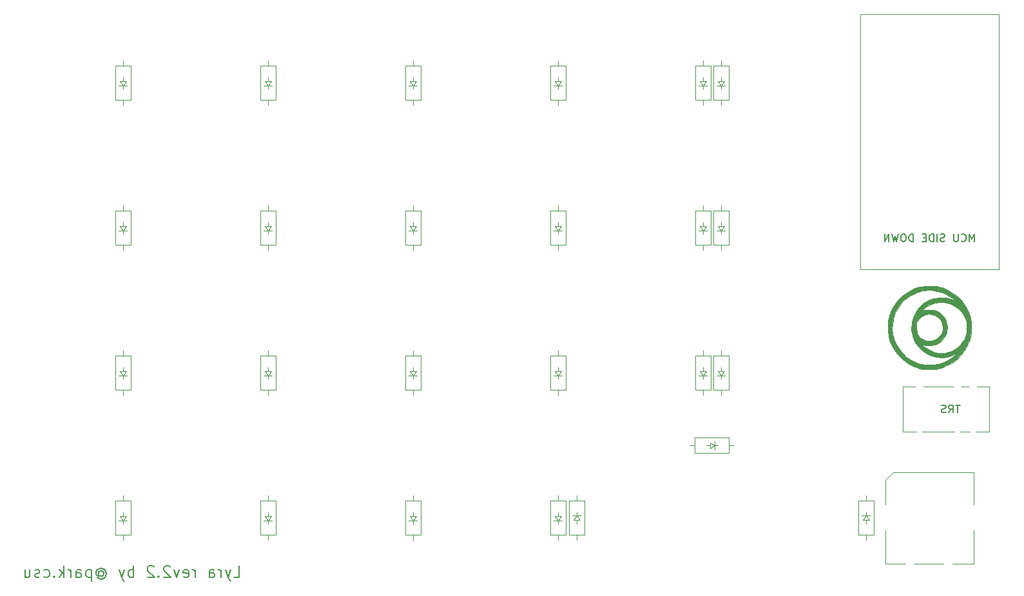
<source format=gbo>
G04 #@! TF.GenerationSoftware,KiCad,Pcbnew,(5.1.10)-1*
G04 #@! TF.CreationDate,2021-08-19T11:37:30+09:00*
G04 #@! TF.ProjectId,Lyra,4c797261-2e6b-4696-9361-645f70636258,rev?*
G04 #@! TF.SameCoordinates,Original*
G04 #@! TF.FileFunction,Legend,Bot*
G04 #@! TF.FilePolarity,Positive*
%FSLAX46Y46*%
G04 Gerber Fmt 4.6, Leading zero omitted, Abs format (unit mm)*
G04 Created by KiCad (PCBNEW (5.1.10)-1) date 2021-08-19 11:37:30*
%MOMM*%
%LPD*%
G01*
G04 APERTURE LIST*
%ADD10C,0.150000*%
%ADD11C,0.120000*%
%ADD12C,0.100000*%
%ADD13C,0.010000*%
%ADD14O,1.702000X1.702000*%
%ADD15C,2.352000*%
%ADD16C,1.852000*%
%ADD17C,4.089800*%
%ADD18C,3.150000*%
%ADD19C,2.102000*%
%ADD20C,2.202000*%
%ADD21C,1.626000*%
%ADD22O,1.902000X1.302000*%
%ADD23C,0.902000*%
%ADD24C,2.302000*%
G04 APERTURE END LIST*
D10*
X108869425Y-133243098D02*
X109583711Y-133243098D01*
X109583711Y-131743098D01*
X108512283Y-132243098D02*
X108155140Y-133243098D01*
X107797997Y-132243098D02*
X108155140Y-133243098D01*
X108297997Y-133600241D01*
X108369425Y-133671669D01*
X108512283Y-133743098D01*
X107226568Y-133243098D02*
X107226568Y-132243098D01*
X107226568Y-132528812D02*
X107155140Y-132385955D01*
X107083711Y-132314527D01*
X106940854Y-132243098D01*
X106797997Y-132243098D01*
X105655140Y-133243098D02*
X105655140Y-132457384D01*
X105726568Y-132314527D01*
X105869425Y-132243098D01*
X106155140Y-132243098D01*
X106297997Y-132314527D01*
X105655140Y-133171669D02*
X105797997Y-133243098D01*
X106155140Y-133243098D01*
X106297997Y-133171669D01*
X106369425Y-133028812D01*
X106369425Y-132885955D01*
X106297997Y-132743098D01*
X106155140Y-132671669D01*
X105797997Y-132671669D01*
X105655140Y-132600241D01*
X103797997Y-133243098D02*
X103797997Y-132243098D01*
X103797997Y-132528812D02*
X103726568Y-132385955D01*
X103655140Y-132314527D01*
X103512283Y-132243098D01*
X103369425Y-132243098D01*
X102297997Y-133171669D02*
X102440854Y-133243098D01*
X102726568Y-133243098D01*
X102869425Y-133171669D01*
X102940854Y-133028812D01*
X102940854Y-132457384D01*
X102869425Y-132314527D01*
X102726568Y-132243098D01*
X102440854Y-132243098D01*
X102297997Y-132314527D01*
X102226568Y-132457384D01*
X102226568Y-132600241D01*
X102940854Y-132743098D01*
X101726568Y-132243098D02*
X101369425Y-133243098D01*
X101012283Y-132243098D01*
X100512283Y-131885955D02*
X100440854Y-131814527D01*
X100297997Y-131743098D01*
X99940854Y-131743098D01*
X99797997Y-131814527D01*
X99726568Y-131885955D01*
X99655140Y-132028812D01*
X99655140Y-132171669D01*
X99726568Y-132385955D01*
X100583711Y-133243098D01*
X99655140Y-133243098D01*
X99012283Y-133100241D02*
X98940854Y-133171669D01*
X99012283Y-133243098D01*
X99083711Y-133171669D01*
X99012283Y-133100241D01*
X99012283Y-133243098D01*
X98369425Y-131885955D02*
X98297997Y-131814527D01*
X98155140Y-131743098D01*
X97797997Y-131743098D01*
X97655140Y-131814527D01*
X97583711Y-131885955D01*
X97512283Y-132028812D01*
X97512283Y-132171669D01*
X97583711Y-132385955D01*
X98440854Y-133243098D01*
X97512283Y-133243098D01*
X95726568Y-133243098D02*
X95726568Y-131743098D01*
X95726568Y-132314527D02*
X95583711Y-132243098D01*
X95297997Y-132243098D01*
X95155140Y-132314527D01*
X95083711Y-132385955D01*
X95012283Y-132528812D01*
X95012283Y-132957384D01*
X95083711Y-133100241D01*
X95155140Y-133171669D01*
X95297997Y-133243098D01*
X95583711Y-133243098D01*
X95726568Y-133171669D01*
X94512283Y-132243098D02*
X94155140Y-133243098D01*
X93797997Y-132243098D02*
X94155140Y-133243098D01*
X94297997Y-133600241D01*
X94369425Y-133671669D01*
X94512283Y-133743098D01*
X91155140Y-132528812D02*
X91226568Y-132457384D01*
X91369425Y-132385955D01*
X91512283Y-132385955D01*
X91655140Y-132457384D01*
X91726568Y-132528812D01*
X91797997Y-132671669D01*
X91797997Y-132814527D01*
X91726568Y-132957384D01*
X91655140Y-133028812D01*
X91512283Y-133100241D01*
X91369425Y-133100241D01*
X91226568Y-133028812D01*
X91155140Y-132957384D01*
X91155140Y-132385955D02*
X91155140Y-132957384D01*
X91083711Y-133028812D01*
X91012283Y-133028812D01*
X90869425Y-132957384D01*
X90797997Y-132814527D01*
X90797997Y-132457384D01*
X90940854Y-132243098D01*
X91155140Y-132100241D01*
X91440854Y-132028812D01*
X91726568Y-132100241D01*
X91940854Y-132243098D01*
X92083711Y-132457384D01*
X92155140Y-132743098D01*
X92083711Y-133028812D01*
X91940854Y-133243098D01*
X91726568Y-133385955D01*
X91440854Y-133457384D01*
X91155140Y-133385955D01*
X90940854Y-133243098D01*
X90155140Y-132243098D02*
X90155140Y-133743098D01*
X90155140Y-132314527D02*
X90012283Y-132243098D01*
X89726568Y-132243098D01*
X89583711Y-132314527D01*
X89512283Y-132385955D01*
X89440854Y-132528812D01*
X89440854Y-132957384D01*
X89512283Y-133100241D01*
X89583711Y-133171669D01*
X89726568Y-133243098D01*
X90012283Y-133243098D01*
X90155140Y-133171669D01*
X88155140Y-133243098D02*
X88155140Y-132457384D01*
X88226568Y-132314527D01*
X88369425Y-132243098D01*
X88655140Y-132243098D01*
X88797997Y-132314527D01*
X88155140Y-133171669D02*
X88297997Y-133243098D01*
X88655140Y-133243098D01*
X88797997Y-133171669D01*
X88869425Y-133028812D01*
X88869425Y-132885955D01*
X88797997Y-132743098D01*
X88655140Y-132671669D01*
X88297997Y-132671669D01*
X88155140Y-132600241D01*
X87440854Y-133243098D02*
X87440854Y-132243098D01*
X87440854Y-132528812D02*
X87369425Y-132385955D01*
X87297997Y-132314527D01*
X87155140Y-132243098D01*
X87012283Y-132243098D01*
X86512283Y-133243098D02*
X86512283Y-131743098D01*
X86369425Y-132671669D02*
X85940854Y-133243098D01*
X85940854Y-132243098D02*
X86512283Y-132814527D01*
X85297997Y-133100241D02*
X85226568Y-133171669D01*
X85297997Y-133243098D01*
X85369425Y-133171669D01*
X85297997Y-133100241D01*
X85297997Y-133243098D01*
X83940854Y-133171669D02*
X84083711Y-133243098D01*
X84369425Y-133243098D01*
X84512283Y-133171669D01*
X84583711Y-133100241D01*
X84655140Y-132957384D01*
X84655140Y-132528812D01*
X84583711Y-132385955D01*
X84512283Y-132314527D01*
X84369425Y-132243098D01*
X84083711Y-132243098D01*
X83940854Y-132314527D01*
X83369425Y-133171669D02*
X83226568Y-133243098D01*
X82940854Y-133243098D01*
X82797997Y-133171669D01*
X82726568Y-133028812D01*
X82726568Y-132957384D01*
X82797997Y-132814527D01*
X82940854Y-132743098D01*
X83155140Y-132743098D01*
X83297997Y-132671669D01*
X83369425Y-132528812D01*
X83369425Y-132457384D01*
X83297997Y-132314527D01*
X83155140Y-132243098D01*
X82940854Y-132243098D01*
X82797997Y-132314527D01*
X81440854Y-132243098D02*
X81440854Y-133243098D01*
X82083711Y-132243098D02*
X82083711Y-133028812D01*
X82012283Y-133171669D01*
X81869425Y-133243098D01*
X81655140Y-133243098D01*
X81512283Y-133171669D01*
X81440854Y-133100241D01*
D11*
X113371578Y-121610467D02*
X113371578Y-123170467D01*
X114371578Y-123170467D02*
X112371578Y-123170467D01*
X113371578Y-129230467D02*
X113371578Y-127670467D01*
X112371578Y-127670467D02*
X112371578Y-123170467D01*
X114371578Y-127670467D02*
X114371578Y-123170467D01*
X114371578Y-127670467D02*
X112371578Y-127670467D01*
D12*
X113371578Y-125170467D02*
X113371578Y-124670467D01*
X113771578Y-125170467D02*
X112971578Y-125170467D01*
X113371578Y-126170467D02*
X113371578Y-125770467D01*
X113921578Y-125770467D02*
X112821578Y-125770467D01*
X113371578Y-125770467D02*
X113771578Y-125170467D01*
X112971578Y-125170467D02*
X113371578Y-125770467D01*
D11*
X94321578Y-121610467D02*
X94321578Y-123170467D01*
X95321578Y-123170467D02*
X93321578Y-123170467D01*
X94321578Y-129230467D02*
X94321578Y-127670467D01*
X93321578Y-127670467D02*
X93321578Y-123170467D01*
X95321578Y-127670467D02*
X95321578Y-123170467D01*
X95321578Y-127670467D02*
X93321578Y-127670467D01*
D12*
X94321578Y-125170467D02*
X94321578Y-124670467D01*
X94721578Y-125170467D02*
X93921578Y-125170467D01*
X94321578Y-126170467D02*
X94321578Y-125770467D01*
X94871578Y-125770467D02*
X93771578Y-125770467D01*
X94321578Y-125770467D02*
X94721578Y-125170467D01*
X93921578Y-125170467D02*
X94321578Y-125770467D01*
D11*
X191952828Y-129230467D02*
X191952828Y-127670467D01*
X190952828Y-127670467D02*
X192952828Y-127670467D01*
X191952828Y-121610467D02*
X191952828Y-123170467D01*
X192952828Y-123170467D02*
X192952828Y-127670467D01*
X190952828Y-123170467D02*
X190952828Y-127670467D01*
X190952828Y-123170467D02*
X192952828Y-123170467D01*
D12*
X191952828Y-125670467D02*
X191952828Y-126170467D01*
X191552828Y-125670467D02*
X192352828Y-125670467D01*
X191952828Y-124670467D02*
X191952828Y-125070467D01*
X191402828Y-125070467D02*
X192502828Y-125070467D01*
X191952828Y-125070467D02*
X191552828Y-125670467D01*
X192352828Y-125670467D02*
X191952828Y-125070467D01*
D11*
X167902203Y-115895467D02*
X169462203Y-115895467D01*
X169462203Y-114895467D02*
X169462203Y-116895467D01*
X175522203Y-115895467D02*
X173962203Y-115895467D01*
X173962203Y-116895467D02*
X169462203Y-116895467D01*
X173962203Y-114895467D02*
X169462203Y-114895467D01*
X173962203Y-114895467D02*
X173962203Y-116895467D01*
D12*
X171462203Y-115895467D02*
X170962203Y-115895467D01*
X171462203Y-115495467D02*
X171462203Y-116295467D01*
X172462203Y-115895467D02*
X172062203Y-115895467D01*
X172062203Y-115345467D02*
X172062203Y-116445467D01*
X172062203Y-115895467D02*
X171462203Y-115495467D01*
X171462203Y-116295467D02*
X172062203Y-115895467D01*
D11*
X153932203Y-129230467D02*
X153932203Y-127670467D01*
X152932203Y-127670467D02*
X154932203Y-127670467D01*
X153932203Y-121610467D02*
X153932203Y-123170467D01*
X154932203Y-123170467D02*
X154932203Y-127670467D01*
X152932203Y-123170467D02*
X152932203Y-127670467D01*
X152932203Y-123170467D02*
X154932203Y-123170467D01*
D12*
X153932203Y-125670467D02*
X153932203Y-126170467D01*
X153532203Y-125670467D02*
X154332203Y-125670467D01*
X153932203Y-124670467D02*
X153932203Y-125070467D01*
X153382203Y-125070467D02*
X154482203Y-125070467D01*
X153932203Y-125070467D02*
X153532203Y-125670467D01*
X154332203Y-125670467D02*
X153932203Y-125070467D01*
D11*
X151471578Y-121610467D02*
X151471578Y-123170467D01*
X152471578Y-123170467D02*
X150471578Y-123170467D01*
X151471578Y-129230467D02*
X151471578Y-127670467D01*
X150471578Y-127670467D02*
X150471578Y-123170467D01*
X152471578Y-127670467D02*
X152471578Y-123170467D01*
X152471578Y-127670467D02*
X150471578Y-127670467D01*
D12*
X151471578Y-125170467D02*
X151471578Y-124670467D01*
X151871578Y-125170467D02*
X151071578Y-125170467D01*
X151471578Y-126170467D02*
X151471578Y-125770467D01*
X152021578Y-125770467D02*
X150921578Y-125770467D01*
X151471578Y-125770467D02*
X151871578Y-125170467D01*
X151071578Y-125170467D02*
X151471578Y-125770467D01*
D11*
X132421578Y-121610467D02*
X132421578Y-123170467D01*
X133421578Y-123170467D02*
X131421578Y-123170467D01*
X132421578Y-129230467D02*
X132421578Y-127670467D01*
X131421578Y-127670467D02*
X131421578Y-123170467D01*
X133421578Y-127670467D02*
X133421578Y-123170467D01*
X133421578Y-127670467D02*
X131421578Y-127670467D01*
D12*
X132421578Y-125170467D02*
X132421578Y-124670467D01*
X132821578Y-125170467D02*
X132021578Y-125170467D01*
X132421578Y-126170467D02*
X132421578Y-125770467D01*
X132971578Y-125770467D02*
X131871578Y-125770467D01*
X132421578Y-125770467D02*
X132821578Y-125170467D01*
X132021578Y-125170467D02*
X132421578Y-125770467D01*
D11*
X172902781Y-102560467D02*
X172902781Y-104120467D01*
X173902781Y-104120467D02*
X171902781Y-104120467D01*
X172902781Y-110180467D02*
X172902781Y-108620467D01*
X171902781Y-108620467D02*
X171902781Y-104120467D01*
X173902781Y-108620467D02*
X173902781Y-104120467D01*
X173902781Y-108620467D02*
X171902781Y-108620467D01*
D12*
X172902781Y-106120467D02*
X172902781Y-105620467D01*
X173302781Y-106120467D02*
X172502781Y-106120467D01*
X172902781Y-107120467D02*
X172902781Y-106720467D01*
X173452781Y-106720467D02*
X172352781Y-106720467D01*
X172902781Y-106720467D02*
X173302781Y-106120467D01*
X172502781Y-106120467D02*
X172902781Y-106720467D01*
D11*
X170521529Y-102560467D02*
X170521529Y-104120467D01*
X171521529Y-104120467D02*
X169521529Y-104120467D01*
X170521529Y-110180467D02*
X170521529Y-108620467D01*
X169521529Y-108620467D02*
X169521529Y-104120467D01*
X171521529Y-108620467D02*
X171521529Y-104120467D01*
X171521529Y-108620467D02*
X169521529Y-108620467D01*
D12*
X170521529Y-106120467D02*
X170521529Y-105620467D01*
X170921529Y-106120467D02*
X170121529Y-106120467D01*
X170521529Y-107120467D02*
X170521529Y-106720467D01*
X171071529Y-106720467D02*
X169971529Y-106720467D01*
X170521529Y-106720467D02*
X170921529Y-106120467D01*
X170121529Y-106120467D02*
X170521529Y-106720467D01*
D11*
X151471578Y-102560467D02*
X151471578Y-104120467D01*
X152471578Y-104120467D02*
X150471578Y-104120467D01*
X151471578Y-110180467D02*
X151471578Y-108620467D01*
X150471578Y-108620467D02*
X150471578Y-104120467D01*
X152471578Y-108620467D02*
X152471578Y-104120467D01*
X152471578Y-108620467D02*
X150471578Y-108620467D01*
D12*
X151471578Y-106120467D02*
X151471578Y-105620467D01*
X151871578Y-106120467D02*
X151071578Y-106120467D01*
X151471578Y-107120467D02*
X151471578Y-106720467D01*
X152021578Y-106720467D02*
X150921578Y-106720467D01*
X151471578Y-106720467D02*
X151871578Y-106120467D01*
X151071578Y-106120467D02*
X151471578Y-106720467D01*
D11*
X132421578Y-102560467D02*
X132421578Y-104120467D01*
X133421578Y-104120467D02*
X131421578Y-104120467D01*
X132421578Y-110180467D02*
X132421578Y-108620467D01*
X131421578Y-108620467D02*
X131421578Y-104120467D01*
X133421578Y-108620467D02*
X133421578Y-104120467D01*
X133421578Y-108620467D02*
X131421578Y-108620467D01*
D12*
X132421578Y-106120467D02*
X132421578Y-105620467D01*
X132821578Y-106120467D02*
X132021578Y-106120467D01*
X132421578Y-107120467D02*
X132421578Y-106720467D01*
X132971578Y-106720467D02*
X131871578Y-106720467D01*
X132421578Y-106720467D02*
X132821578Y-106120467D01*
X132021578Y-106120467D02*
X132421578Y-106720467D01*
D11*
X113371578Y-102560467D02*
X113371578Y-104120467D01*
X114371578Y-104120467D02*
X112371578Y-104120467D01*
X113371578Y-110180467D02*
X113371578Y-108620467D01*
X112371578Y-108620467D02*
X112371578Y-104120467D01*
X114371578Y-108620467D02*
X114371578Y-104120467D01*
X114371578Y-108620467D02*
X112371578Y-108620467D01*
D12*
X113371578Y-106120467D02*
X113371578Y-105620467D01*
X113771578Y-106120467D02*
X112971578Y-106120467D01*
X113371578Y-107120467D02*
X113371578Y-106720467D01*
X113921578Y-106720467D02*
X112821578Y-106720467D01*
X113371578Y-106720467D02*
X113771578Y-106120467D01*
X112971578Y-106120467D02*
X113371578Y-106720467D01*
D11*
X94321578Y-102560467D02*
X94321578Y-104120467D01*
X95321578Y-104120467D02*
X93321578Y-104120467D01*
X94321578Y-110180467D02*
X94321578Y-108620467D01*
X93321578Y-108620467D02*
X93321578Y-104120467D01*
X95321578Y-108620467D02*
X95321578Y-104120467D01*
X95321578Y-108620467D02*
X93321578Y-108620467D01*
D12*
X94321578Y-106120467D02*
X94321578Y-105620467D01*
X94721578Y-106120467D02*
X93921578Y-106120467D01*
X94321578Y-107120467D02*
X94321578Y-106720467D01*
X94871578Y-106720467D02*
X93771578Y-106720467D01*
X94321578Y-106720467D02*
X94721578Y-106120467D01*
X93921578Y-106120467D02*
X94321578Y-106720467D01*
D11*
X172902828Y-83510467D02*
X172902828Y-85070467D01*
X173902828Y-85070467D02*
X171902828Y-85070467D01*
X172902828Y-91130467D02*
X172902828Y-89570467D01*
X171902828Y-89570467D02*
X171902828Y-85070467D01*
X173902828Y-89570467D02*
X173902828Y-85070467D01*
X173902828Y-89570467D02*
X171902828Y-89570467D01*
D12*
X172902828Y-87070467D02*
X172902828Y-86570467D01*
X173302828Y-87070467D02*
X172502828Y-87070467D01*
X172902828Y-88070467D02*
X172902828Y-87670467D01*
X173452828Y-87670467D02*
X172352828Y-87670467D01*
X172902828Y-87670467D02*
X173302828Y-87070467D01*
X172502828Y-87070467D02*
X172902828Y-87670467D01*
D11*
X170521578Y-83510467D02*
X170521578Y-85070467D01*
X171521578Y-85070467D02*
X169521578Y-85070467D01*
X170521578Y-91130467D02*
X170521578Y-89570467D01*
X169521578Y-89570467D02*
X169521578Y-85070467D01*
X171521578Y-89570467D02*
X171521578Y-85070467D01*
X171521578Y-89570467D02*
X169521578Y-89570467D01*
D12*
X170521578Y-87070467D02*
X170521578Y-86570467D01*
X170921578Y-87070467D02*
X170121578Y-87070467D01*
X170521578Y-88070467D02*
X170521578Y-87670467D01*
X171071578Y-87670467D02*
X169971578Y-87670467D01*
X170521578Y-87670467D02*
X170921578Y-87070467D01*
X170121578Y-87070467D02*
X170521578Y-87670467D01*
D11*
X151471578Y-83510467D02*
X151471578Y-85070467D01*
X152471578Y-85070467D02*
X150471578Y-85070467D01*
X151471578Y-91130467D02*
X151471578Y-89570467D01*
X150471578Y-89570467D02*
X150471578Y-85070467D01*
X152471578Y-89570467D02*
X152471578Y-85070467D01*
X152471578Y-89570467D02*
X150471578Y-89570467D01*
D12*
X151471578Y-87070467D02*
X151471578Y-86570467D01*
X151871578Y-87070467D02*
X151071578Y-87070467D01*
X151471578Y-88070467D02*
X151471578Y-87670467D01*
X152021578Y-87670467D02*
X150921578Y-87670467D01*
X151471578Y-87670467D02*
X151871578Y-87070467D01*
X151071578Y-87070467D02*
X151471578Y-87670467D01*
D11*
X132421578Y-83510467D02*
X132421578Y-85070467D01*
X133421578Y-85070467D02*
X131421578Y-85070467D01*
X132421578Y-91130467D02*
X132421578Y-89570467D01*
X131421578Y-89570467D02*
X131421578Y-85070467D01*
X133421578Y-89570467D02*
X133421578Y-85070467D01*
X133421578Y-89570467D02*
X131421578Y-89570467D01*
D12*
X132421578Y-87070467D02*
X132421578Y-86570467D01*
X132821578Y-87070467D02*
X132021578Y-87070467D01*
X132421578Y-88070467D02*
X132421578Y-87670467D01*
X132971578Y-87670467D02*
X131871578Y-87670467D01*
X132421578Y-87670467D02*
X132821578Y-87070467D01*
X132021578Y-87070467D02*
X132421578Y-87670467D01*
D11*
X113371576Y-83510467D02*
X113371576Y-85070467D01*
X114371576Y-85070467D02*
X112371576Y-85070467D01*
X113371576Y-91130467D02*
X113371576Y-89570467D01*
X112371576Y-89570467D02*
X112371576Y-85070467D01*
X114371576Y-89570467D02*
X114371576Y-85070467D01*
X114371576Y-89570467D02*
X112371576Y-89570467D01*
D12*
X113371576Y-87070467D02*
X113371576Y-86570467D01*
X113771576Y-87070467D02*
X112971576Y-87070467D01*
X113371576Y-88070467D02*
X113371576Y-87670467D01*
X113921576Y-87670467D02*
X112821576Y-87670467D01*
X113371576Y-87670467D02*
X113771576Y-87070467D01*
X112971576Y-87070467D02*
X113371576Y-87670467D01*
D11*
X94321578Y-83510467D02*
X94321578Y-85070467D01*
X95321578Y-85070467D02*
X93321578Y-85070467D01*
X94321578Y-91130467D02*
X94321578Y-89570467D01*
X93321578Y-89570467D02*
X93321578Y-85070467D01*
X95321578Y-89570467D02*
X95321578Y-85070467D01*
X95321578Y-89570467D02*
X93321578Y-89570467D01*
D12*
X94321578Y-87070467D02*
X94321578Y-86570467D01*
X94721578Y-87070467D02*
X93921578Y-87070467D01*
X94321578Y-88070467D02*
X94321578Y-87670467D01*
X94871578Y-87670467D02*
X93771578Y-87670467D01*
X94321578Y-87670467D02*
X94721578Y-87070467D01*
X93921578Y-87070467D02*
X94321578Y-87670467D01*
D11*
X172902828Y-64460467D02*
X172902828Y-66020467D01*
X173902828Y-66020467D02*
X171902828Y-66020467D01*
X172902828Y-72080467D02*
X172902828Y-70520467D01*
X171902828Y-70520467D02*
X171902828Y-66020467D01*
X173902828Y-70520467D02*
X173902828Y-66020467D01*
X173902828Y-70520467D02*
X171902828Y-70520467D01*
D12*
X172902828Y-68020467D02*
X172902828Y-67520467D01*
X173302828Y-68020467D02*
X172502828Y-68020467D01*
X172902828Y-69020467D02*
X172902828Y-68620467D01*
X173452828Y-68620467D02*
X172352828Y-68620467D01*
X172902828Y-68620467D02*
X173302828Y-68020467D01*
X172502828Y-68020467D02*
X172902828Y-68620467D01*
D11*
X170521578Y-64460467D02*
X170521578Y-66020467D01*
X171521578Y-66020467D02*
X169521578Y-66020467D01*
X170521578Y-72080467D02*
X170521578Y-70520467D01*
X169521578Y-70520467D02*
X169521578Y-66020467D01*
X171521578Y-70520467D02*
X171521578Y-66020467D01*
X171521578Y-70520467D02*
X169521578Y-70520467D01*
D12*
X170521578Y-68020467D02*
X170521578Y-67520467D01*
X170921578Y-68020467D02*
X170121578Y-68020467D01*
X170521578Y-69020467D02*
X170521578Y-68620467D01*
X171071578Y-68620467D02*
X169971578Y-68620467D01*
X170521578Y-68620467D02*
X170921578Y-68020467D01*
X170121578Y-68020467D02*
X170521578Y-68620467D01*
D11*
X151471578Y-64460467D02*
X151471578Y-66020467D01*
X152471578Y-66020467D02*
X150471578Y-66020467D01*
X151471578Y-72080467D02*
X151471578Y-70520467D01*
X150471578Y-70520467D02*
X150471578Y-66020467D01*
X152471578Y-70520467D02*
X152471578Y-66020467D01*
X152471578Y-70520467D02*
X150471578Y-70520467D01*
D12*
X151471578Y-68020467D02*
X151471578Y-67520467D01*
X151871578Y-68020467D02*
X151071578Y-68020467D01*
X151471578Y-69020467D02*
X151471578Y-68620467D01*
X152021578Y-68620467D02*
X150921578Y-68620467D01*
X151471578Y-68620467D02*
X151871578Y-68020467D01*
X151071578Y-68020467D02*
X151471578Y-68620467D01*
D11*
X132421578Y-64460467D02*
X132421578Y-66020467D01*
X133421578Y-66020467D02*
X131421578Y-66020467D01*
X132421578Y-72080467D02*
X132421578Y-70520467D01*
X131421578Y-70520467D02*
X131421578Y-66020467D01*
X133421578Y-70520467D02*
X133421578Y-66020467D01*
X133421578Y-70520467D02*
X131421578Y-70520467D01*
D12*
X132421578Y-68020467D02*
X132421578Y-67520467D01*
X132821578Y-68020467D02*
X132021578Y-68020467D01*
X132421578Y-69020467D02*
X132421578Y-68620467D01*
X132971578Y-68620467D02*
X131871578Y-68620467D01*
X132421578Y-68620467D02*
X132821578Y-68020467D01*
X132021578Y-68020467D02*
X132421578Y-68620467D01*
D11*
X113371578Y-64460467D02*
X113371578Y-66020467D01*
X114371578Y-66020467D02*
X112371578Y-66020467D01*
X113371578Y-72080467D02*
X113371578Y-70520467D01*
X112371578Y-70520467D02*
X112371578Y-66020467D01*
X114371578Y-70520467D02*
X114371578Y-66020467D01*
X114371578Y-70520467D02*
X112371578Y-70520467D01*
D12*
X113371578Y-68020467D02*
X113371578Y-67520467D01*
X113771578Y-68020467D02*
X112971578Y-68020467D01*
X113371578Y-69020467D02*
X113371578Y-68620467D01*
X113921578Y-68620467D02*
X112821578Y-68620467D01*
X113371578Y-68620467D02*
X113771578Y-68020467D01*
X112971578Y-68020467D02*
X113371578Y-68620467D01*
D11*
X94321578Y-64460467D02*
X94321578Y-66020467D01*
X95321578Y-66020467D02*
X93321578Y-66020467D01*
X94321578Y-72080467D02*
X94321578Y-70520467D01*
X93321578Y-70520467D02*
X93321578Y-66020467D01*
X95321578Y-70520467D02*
X95321578Y-66020467D01*
X95321578Y-70520467D02*
X93321578Y-70520467D01*
D12*
X94321578Y-68020467D02*
X94321578Y-67520467D01*
X94721578Y-68020467D02*
X93921578Y-68020467D01*
X94321578Y-69020467D02*
X94321578Y-68620467D01*
X94871578Y-68620467D02*
X93771578Y-68620467D01*
X94321578Y-68620467D02*
X94721578Y-68020467D01*
X93921578Y-68020467D02*
X94321578Y-68620467D01*
D11*
X195499187Y-119429747D02*
X206099187Y-119429747D01*
X194499187Y-131429747D02*
X194499187Y-120429747D01*
X206099187Y-119429747D02*
X206099187Y-131429747D01*
X206099187Y-131429747D02*
X194499187Y-131429747D01*
X195499187Y-119429747D02*
X194499187Y-120429747D01*
X191162179Y-59245491D02*
X191162179Y-92745550D01*
X191162179Y-92745550D02*
X209412079Y-92745550D01*
X191162179Y-59245491D02*
X209412079Y-59245491D01*
X209412079Y-59245491D02*
X209412079Y-92745550D01*
X208112763Y-114133187D02*
X196812763Y-114133187D01*
X196812763Y-114133187D02*
X196812763Y-108133187D01*
X208112763Y-108133187D02*
X208112763Y-114133187D01*
X196812763Y-108133187D02*
X208112763Y-108133187D01*
D13*
G36*
X201202742Y-94996437D02*
G01*
X201790980Y-95109696D01*
X201938179Y-95154038D01*
X202817745Y-95526122D01*
X203595574Y-96025506D01*
X203761840Y-96159155D01*
X204368798Y-96730127D01*
X204850111Y-97336144D01*
X205239866Y-98025500D01*
X205480545Y-98594236D01*
X205588530Y-98892335D01*
X205661528Y-99143129D01*
X205706471Y-99393889D01*
X205730293Y-99691886D01*
X205739927Y-100084393D01*
X205741749Y-100375184D01*
X205739854Y-100850944D01*
X205726301Y-101205538D01*
X205694758Y-101487049D01*
X205638893Y-101743558D01*
X205552374Y-102023150D01*
X205507713Y-102152371D01*
X205181812Y-102928239D01*
X204778045Y-103594955D01*
X204263032Y-104206756D01*
X204209572Y-104261495D01*
X203598735Y-104806456D01*
X202947134Y-105230855D01*
X202195886Y-105572412D01*
X202116622Y-105602132D01*
X201754030Y-105725470D01*
X201429997Y-105805413D01*
X201081129Y-105853023D01*
X200644031Y-105879359D01*
X200498846Y-105884376D01*
X200078991Y-105889723D01*
X199685894Y-105881176D01*
X199372330Y-105860576D01*
X199228846Y-105840063D01*
X198296738Y-105554691D01*
X197441739Y-105124749D01*
X196677863Y-104562806D01*
X196019124Y-103881431D01*
X195479537Y-103093193D01*
X195073115Y-102210661D01*
X195023700Y-102068517D01*
X194892724Y-101514999D01*
X194822726Y-100863147D01*
X194817245Y-100442851D01*
X195377764Y-100442851D01*
X195460717Y-101320917D01*
X195696690Y-102156383D01*
X196071849Y-102931648D01*
X196572363Y-103629109D01*
X197184401Y-104231165D01*
X197894131Y-104720214D01*
X198687722Y-105078652D01*
X199120217Y-105205477D01*
X199632866Y-105286671D01*
X200231738Y-105315070D01*
X200842240Y-105290911D01*
X201389781Y-105214433D01*
X201463782Y-105198014D01*
X202005052Y-105023996D01*
X202577548Y-104762640D01*
X203110041Y-104450056D01*
X203462179Y-104184928D01*
X203800846Y-103890529D01*
X203415865Y-104055383D01*
X202662091Y-104293216D01*
X201907376Y-104374126D01*
X201169037Y-104309537D01*
X200464394Y-104110872D01*
X199810764Y-103789553D01*
X199225464Y-103357005D01*
X198725812Y-102824651D01*
X198633021Y-102679449D01*
X199374644Y-102679449D01*
X199416808Y-102775634D01*
X199570821Y-102920163D01*
X200211288Y-103357618D01*
X200897200Y-103647493D01*
X201606677Y-103783951D01*
X202317841Y-103761156D01*
X202555518Y-103716233D01*
X203242777Y-103473800D01*
X203869033Y-103088772D01*
X204404654Y-102584693D01*
X204820008Y-101985107D01*
X204879174Y-101869959D01*
X205004354Y-101601290D01*
X205084509Y-101379142D01*
X205129626Y-101150881D01*
X205149693Y-100863867D01*
X205154696Y-100465465D01*
X205154752Y-100417517D01*
X205150214Y-99994553D01*
X205130244Y-99689508D01*
X205086363Y-99451108D01*
X205010094Y-99228081D01*
X204927193Y-99041460D01*
X204542097Y-98403146D01*
X204052585Y-97881947D01*
X203480409Y-97483273D01*
X202847321Y-97212531D01*
X202175074Y-97075131D01*
X201485419Y-97076482D01*
X200800110Y-97221993D01*
X200140899Y-97517071D01*
X199776637Y-97760746D01*
X199512980Y-97975552D01*
X199381288Y-98115089D01*
X199384579Y-98173895D01*
X199525867Y-98146509D01*
X199573024Y-98129421D01*
X199890031Y-98063207D01*
X200296015Y-98052459D01*
X200720775Y-98094874D01*
X201066559Y-98178446D01*
X201581490Y-98438737D01*
X202010681Y-98822734D01*
X202338308Y-99299920D01*
X202548547Y-99839774D01*
X202625574Y-100411778D01*
X202553565Y-100985413D01*
X202542488Y-101025000D01*
X202305562Y-101571645D01*
X201951200Y-102036339D01*
X201506254Y-102402878D01*
X200997578Y-102655056D01*
X200452026Y-102776666D01*
X199896451Y-102751505D01*
X199741175Y-102715517D01*
X199482297Y-102659974D01*
X199374644Y-102679449D01*
X198633021Y-102679449D01*
X198329127Y-102203913D01*
X198052726Y-101506216D01*
X197913927Y-100742982D01*
X197900813Y-100417517D01*
X197929704Y-100123976D01*
X198518912Y-100123976D01*
X198522840Y-100489190D01*
X198523673Y-100504198D01*
X198607871Y-101035022D01*
X198803578Y-101451158D01*
X199126574Y-101777598D01*
X199451451Y-101973444D01*
X199929089Y-102150873D01*
X200394503Y-102184014D01*
X200824921Y-102104030D01*
X201207233Y-101918318D01*
X201553583Y-101606323D01*
X201832550Y-101211039D01*
X202012714Y-100775456D01*
X202064707Y-100407694D01*
X201984204Y-99902466D01*
X201762032Y-99450080D01*
X201423524Y-99075375D01*
X200994014Y-98803192D01*
X200498834Y-98658369D01*
X200263293Y-98641376D01*
X199710282Y-98713835D01*
X199239057Y-98933188D01*
X198858220Y-99294255D01*
X198661499Y-99605841D01*
X198561587Y-99852629D01*
X198518912Y-100123976D01*
X197929704Y-100123976D01*
X197978657Y-99626605D01*
X198200856Y-98898336D01*
X198550411Y-98243984D01*
X199010323Y-97674826D01*
X199563591Y-97202137D01*
X200193218Y-96837193D01*
X200882203Y-96591269D01*
X201613547Y-96475642D01*
X202370251Y-96501586D01*
X203135315Y-96680379D01*
X203390305Y-96776325D01*
X203800846Y-96946294D01*
X203462179Y-96651001D01*
X202812185Y-96189115D01*
X202061113Y-95835185D01*
X201249149Y-95603792D01*
X200416477Y-95509519D01*
X200312513Y-95508102D01*
X199397941Y-95587316D01*
X198534085Y-95825250D01*
X197733932Y-96216576D01*
X197010469Y-96755970D01*
X196812926Y-96943264D01*
X196230723Y-97641534D01*
X195795010Y-98420338D01*
X195511113Y-99266690D01*
X195384360Y-100167602D01*
X195377764Y-100442851D01*
X194817245Y-100442851D01*
X194813720Y-100172604D01*
X194865718Y-99503011D01*
X194978732Y-98914013D01*
X195023013Y-98766517D01*
X195408860Y-97864596D01*
X195930639Y-97057145D01*
X196576435Y-96356078D01*
X197334331Y-95773311D01*
X198192414Y-95320758D01*
X198636179Y-95153351D01*
X199190575Y-95022605D01*
X199842897Y-94952879D01*
X200533500Y-94944160D01*
X201202742Y-94996437D01*
G37*
X201202742Y-94996437D02*
X201790980Y-95109696D01*
X201938179Y-95154038D01*
X202817745Y-95526122D01*
X203595574Y-96025506D01*
X203761840Y-96159155D01*
X204368798Y-96730127D01*
X204850111Y-97336144D01*
X205239866Y-98025500D01*
X205480545Y-98594236D01*
X205588530Y-98892335D01*
X205661528Y-99143129D01*
X205706471Y-99393889D01*
X205730293Y-99691886D01*
X205739927Y-100084393D01*
X205741749Y-100375184D01*
X205739854Y-100850944D01*
X205726301Y-101205538D01*
X205694758Y-101487049D01*
X205638893Y-101743558D01*
X205552374Y-102023150D01*
X205507713Y-102152371D01*
X205181812Y-102928239D01*
X204778045Y-103594955D01*
X204263032Y-104206756D01*
X204209572Y-104261495D01*
X203598735Y-104806456D01*
X202947134Y-105230855D01*
X202195886Y-105572412D01*
X202116622Y-105602132D01*
X201754030Y-105725470D01*
X201429997Y-105805413D01*
X201081129Y-105853023D01*
X200644031Y-105879359D01*
X200498846Y-105884376D01*
X200078991Y-105889723D01*
X199685894Y-105881176D01*
X199372330Y-105860576D01*
X199228846Y-105840063D01*
X198296738Y-105554691D01*
X197441739Y-105124749D01*
X196677863Y-104562806D01*
X196019124Y-103881431D01*
X195479537Y-103093193D01*
X195073115Y-102210661D01*
X195023700Y-102068517D01*
X194892724Y-101514999D01*
X194822726Y-100863147D01*
X194817245Y-100442851D01*
X195377764Y-100442851D01*
X195460717Y-101320917D01*
X195696690Y-102156383D01*
X196071849Y-102931648D01*
X196572363Y-103629109D01*
X197184401Y-104231165D01*
X197894131Y-104720214D01*
X198687722Y-105078652D01*
X199120217Y-105205477D01*
X199632866Y-105286671D01*
X200231738Y-105315070D01*
X200842240Y-105290911D01*
X201389781Y-105214433D01*
X201463782Y-105198014D01*
X202005052Y-105023996D01*
X202577548Y-104762640D01*
X203110041Y-104450056D01*
X203462179Y-104184928D01*
X203800846Y-103890529D01*
X203415865Y-104055383D01*
X202662091Y-104293216D01*
X201907376Y-104374126D01*
X201169037Y-104309537D01*
X200464394Y-104110872D01*
X199810764Y-103789553D01*
X199225464Y-103357005D01*
X198725812Y-102824651D01*
X198633021Y-102679449D01*
X199374644Y-102679449D01*
X199416808Y-102775634D01*
X199570821Y-102920163D01*
X200211288Y-103357618D01*
X200897200Y-103647493D01*
X201606677Y-103783951D01*
X202317841Y-103761156D01*
X202555518Y-103716233D01*
X203242777Y-103473800D01*
X203869033Y-103088772D01*
X204404654Y-102584693D01*
X204820008Y-101985107D01*
X204879174Y-101869959D01*
X205004354Y-101601290D01*
X205084509Y-101379142D01*
X205129626Y-101150881D01*
X205149693Y-100863867D01*
X205154696Y-100465465D01*
X205154752Y-100417517D01*
X205150214Y-99994553D01*
X205130244Y-99689508D01*
X205086363Y-99451108D01*
X205010094Y-99228081D01*
X204927193Y-99041460D01*
X204542097Y-98403146D01*
X204052585Y-97881947D01*
X203480409Y-97483273D01*
X202847321Y-97212531D01*
X202175074Y-97075131D01*
X201485419Y-97076482D01*
X200800110Y-97221993D01*
X200140899Y-97517071D01*
X199776637Y-97760746D01*
X199512980Y-97975552D01*
X199381288Y-98115089D01*
X199384579Y-98173895D01*
X199525867Y-98146509D01*
X199573024Y-98129421D01*
X199890031Y-98063207D01*
X200296015Y-98052459D01*
X200720775Y-98094874D01*
X201066559Y-98178446D01*
X201581490Y-98438737D01*
X202010681Y-98822734D01*
X202338308Y-99299920D01*
X202548547Y-99839774D01*
X202625574Y-100411778D01*
X202553565Y-100985413D01*
X202542488Y-101025000D01*
X202305562Y-101571645D01*
X201951200Y-102036339D01*
X201506254Y-102402878D01*
X200997578Y-102655056D01*
X200452026Y-102776666D01*
X199896451Y-102751505D01*
X199741175Y-102715517D01*
X199482297Y-102659974D01*
X199374644Y-102679449D01*
X198633021Y-102679449D01*
X198329127Y-102203913D01*
X198052726Y-101506216D01*
X197913927Y-100742982D01*
X197900813Y-100417517D01*
X197929704Y-100123976D01*
X198518912Y-100123976D01*
X198522840Y-100489190D01*
X198523673Y-100504198D01*
X198607871Y-101035022D01*
X198803578Y-101451158D01*
X199126574Y-101777598D01*
X199451451Y-101973444D01*
X199929089Y-102150873D01*
X200394503Y-102184014D01*
X200824921Y-102104030D01*
X201207233Y-101918318D01*
X201553583Y-101606323D01*
X201832550Y-101211039D01*
X202012714Y-100775456D01*
X202064707Y-100407694D01*
X201984204Y-99902466D01*
X201762032Y-99450080D01*
X201423524Y-99075375D01*
X200994014Y-98803192D01*
X200498834Y-98658369D01*
X200263293Y-98641376D01*
X199710282Y-98713835D01*
X199239057Y-98933188D01*
X198858220Y-99294255D01*
X198661499Y-99605841D01*
X198561587Y-99852629D01*
X198518912Y-100123976D01*
X197929704Y-100123976D01*
X197978657Y-99626605D01*
X198200856Y-98898336D01*
X198550411Y-98243984D01*
X199010323Y-97674826D01*
X199563591Y-97202137D01*
X200193218Y-96837193D01*
X200882203Y-96591269D01*
X201613547Y-96475642D01*
X202370251Y-96501586D01*
X203135315Y-96680379D01*
X203390305Y-96776325D01*
X203800846Y-96946294D01*
X203462179Y-96651001D01*
X202812185Y-96189115D01*
X202061113Y-95835185D01*
X201249149Y-95603792D01*
X200416477Y-95509519D01*
X200312513Y-95508102D01*
X199397941Y-95587316D01*
X198534085Y-95825250D01*
X197733932Y-96216576D01*
X197010469Y-96755970D01*
X196812926Y-96943264D01*
X196230723Y-97641534D01*
X195795010Y-98420338D01*
X195511113Y-99266690D01*
X195384360Y-100167602D01*
X195377764Y-100442851D01*
X194817245Y-100442851D01*
X194813720Y-100172604D01*
X194865718Y-99503011D01*
X194978732Y-98914013D01*
X195023013Y-98766517D01*
X195408860Y-97864596D01*
X195930639Y-97057145D01*
X196576435Y-96356078D01*
X197334331Y-95773311D01*
X198192414Y-95320758D01*
X198636179Y-95153351D01*
X199190575Y-95022605D01*
X199842897Y-94952879D01*
X200533500Y-94944160D01*
X201202742Y-94996437D01*
D10*
X206186940Y-89097871D02*
X206186940Y-88097871D01*
X205853607Y-88812157D01*
X205520274Y-88097871D01*
X205520274Y-89097871D01*
X204472655Y-89002633D02*
X204520274Y-89050252D01*
X204663131Y-89097871D01*
X204758369Y-89097871D01*
X204901226Y-89050252D01*
X204996464Y-88955014D01*
X205044083Y-88859776D01*
X205091702Y-88669300D01*
X205091702Y-88526443D01*
X205044083Y-88335967D01*
X204996464Y-88240729D01*
X204901226Y-88145491D01*
X204758369Y-88097871D01*
X204663131Y-88097871D01*
X204520274Y-88145491D01*
X204472655Y-88193110D01*
X204044083Y-88097871D02*
X204044083Y-88907395D01*
X203996464Y-89002633D01*
X203948845Y-89050252D01*
X203853607Y-89097871D01*
X203663131Y-89097871D01*
X203567893Y-89050252D01*
X203520274Y-89002633D01*
X203472655Y-88907395D01*
X203472655Y-88097871D01*
X202282179Y-89050252D02*
X202139321Y-89097871D01*
X201901226Y-89097871D01*
X201805988Y-89050252D01*
X201758369Y-89002633D01*
X201710750Y-88907395D01*
X201710750Y-88812157D01*
X201758369Y-88716919D01*
X201805988Y-88669300D01*
X201901226Y-88621681D01*
X202091702Y-88574062D01*
X202186940Y-88526443D01*
X202234559Y-88478824D01*
X202282179Y-88383586D01*
X202282179Y-88288348D01*
X202234559Y-88193110D01*
X202186940Y-88145491D01*
X202091702Y-88097871D01*
X201853607Y-88097871D01*
X201710750Y-88145491D01*
X201282179Y-89097871D02*
X201282179Y-88097871D01*
X200805988Y-89097871D02*
X200805988Y-88097871D01*
X200567893Y-88097871D01*
X200425036Y-88145491D01*
X200329798Y-88240729D01*
X200282179Y-88335967D01*
X200234559Y-88526443D01*
X200234559Y-88669300D01*
X200282179Y-88859776D01*
X200329798Y-88955014D01*
X200425036Y-89050252D01*
X200567893Y-89097871D01*
X200805988Y-89097871D01*
X199805988Y-88574062D02*
X199472655Y-88574062D01*
X199329798Y-89097871D02*
X199805988Y-89097871D01*
X199805988Y-88097871D01*
X199329798Y-88097871D01*
X198139321Y-89097871D02*
X198139321Y-88097871D01*
X197901226Y-88097871D01*
X197758369Y-88145491D01*
X197663131Y-88240729D01*
X197615512Y-88335967D01*
X197567893Y-88526443D01*
X197567893Y-88669300D01*
X197615512Y-88859776D01*
X197663131Y-88955014D01*
X197758369Y-89050252D01*
X197901226Y-89097871D01*
X198139321Y-89097871D01*
X196948845Y-88097871D02*
X196758369Y-88097871D01*
X196663131Y-88145491D01*
X196567893Y-88240729D01*
X196520274Y-88431205D01*
X196520274Y-88764538D01*
X196567893Y-88955014D01*
X196663131Y-89050252D01*
X196758369Y-89097871D01*
X196948845Y-89097871D01*
X197044083Y-89050252D01*
X197139321Y-88955014D01*
X197186940Y-88764538D01*
X197186940Y-88431205D01*
X197139321Y-88240729D01*
X197044083Y-88145491D01*
X196948845Y-88097871D01*
X196186940Y-88097871D02*
X195948845Y-89097871D01*
X195758369Y-88383586D01*
X195567893Y-89097871D01*
X195329798Y-88097871D01*
X194948845Y-89097871D02*
X194948845Y-88097871D01*
X194377417Y-89097871D01*
X194377417Y-88097871D01*
X204274667Y-110585567D02*
X203703239Y-110585567D01*
X203988953Y-111585567D02*
X203988953Y-110585567D01*
X202798477Y-111585567D02*
X203131810Y-111109377D01*
X203369905Y-111585567D02*
X203369905Y-110585567D01*
X202988953Y-110585567D01*
X202893715Y-110633187D01*
X202846096Y-110680806D01*
X202798477Y-110776044D01*
X202798477Y-110918901D01*
X202846096Y-111014139D01*
X202893715Y-111061758D01*
X202988953Y-111109377D01*
X203369905Y-111109377D01*
X202417524Y-111537948D02*
X202274667Y-111585567D01*
X202036572Y-111585567D01*
X201941334Y-111537948D01*
X201893715Y-111490329D01*
X201846096Y-111395091D01*
X201846096Y-111299853D01*
X201893715Y-111204615D01*
X201941334Y-111156996D01*
X202036572Y-111109377D01*
X202227048Y-111061758D01*
X202322286Y-111014139D01*
X202369905Y-110966520D01*
X202417524Y-110871282D01*
X202417524Y-110776044D01*
X202369905Y-110680806D01*
X202322286Y-110633187D01*
X202227048Y-110585567D01*
X201988953Y-110585567D01*
X201846096Y-110633187D01*
%LPC*%
G36*
G01*
X113971578Y-124271467D02*
X112771578Y-124271467D01*
G75*
G02*
X112720578Y-124220467I0J51000D01*
G01*
X112720578Y-123320467D01*
G75*
G02*
X112771578Y-123269467I51000J0D01*
G01*
X113971578Y-123269467D01*
G75*
G02*
X114022578Y-123320467I0J-51000D01*
G01*
X114022578Y-124220467D01*
G75*
G02*
X113971578Y-124271467I-51000J0D01*
G01*
G37*
G36*
G01*
X113971578Y-127571467D02*
X112771578Y-127571467D01*
G75*
G02*
X112720578Y-127520467I0J51000D01*
G01*
X112720578Y-126620467D01*
G75*
G02*
X112771578Y-126569467I51000J0D01*
G01*
X113971578Y-126569467D01*
G75*
G02*
X114022578Y-126620467I0J-51000D01*
G01*
X114022578Y-127520467D01*
G75*
G02*
X113971578Y-127571467I-51000J0D01*
G01*
G37*
D14*
X113371578Y-121610467D03*
G36*
G01*
X114171578Y-130081467D02*
X112571578Y-130081467D01*
G75*
G02*
X112520578Y-130030467I0J51000D01*
G01*
X112520578Y-128430467D01*
G75*
G02*
X112571578Y-128379467I51000J0D01*
G01*
X114171578Y-128379467D01*
G75*
G02*
X114222578Y-128430467I0J-51000D01*
G01*
X114222578Y-130030467D01*
G75*
G02*
X114171578Y-130081467I-51000J0D01*
G01*
G37*
G36*
G01*
X94921578Y-124271467D02*
X93721578Y-124271467D01*
G75*
G02*
X93670578Y-124220467I0J51000D01*
G01*
X93670578Y-123320467D01*
G75*
G02*
X93721578Y-123269467I51000J0D01*
G01*
X94921578Y-123269467D01*
G75*
G02*
X94972578Y-123320467I0J-51000D01*
G01*
X94972578Y-124220467D01*
G75*
G02*
X94921578Y-124271467I-51000J0D01*
G01*
G37*
G36*
G01*
X94921578Y-127571467D02*
X93721578Y-127571467D01*
G75*
G02*
X93670578Y-127520467I0J51000D01*
G01*
X93670578Y-126620467D01*
G75*
G02*
X93721578Y-126569467I51000J0D01*
G01*
X94921578Y-126569467D01*
G75*
G02*
X94972578Y-126620467I0J-51000D01*
G01*
X94972578Y-127520467D01*
G75*
G02*
X94921578Y-127571467I-51000J0D01*
G01*
G37*
X94321578Y-121610467D03*
G36*
G01*
X95121578Y-130081467D02*
X93521578Y-130081467D01*
G75*
G02*
X93470578Y-130030467I0J51000D01*
G01*
X93470578Y-128430467D01*
G75*
G02*
X93521578Y-128379467I51000J0D01*
G01*
X95121578Y-128379467D01*
G75*
G02*
X95172578Y-128430467I0J-51000D01*
G01*
X95172578Y-130030467D01*
G75*
G02*
X95121578Y-130081467I-51000J0D01*
G01*
G37*
G36*
G01*
X191352828Y-126569467D02*
X192552828Y-126569467D01*
G75*
G02*
X192603828Y-126620467I0J-51000D01*
G01*
X192603828Y-127520467D01*
G75*
G02*
X192552828Y-127571467I-51000J0D01*
G01*
X191352828Y-127571467D01*
G75*
G02*
X191301828Y-127520467I0J51000D01*
G01*
X191301828Y-126620467D01*
G75*
G02*
X191352828Y-126569467I51000J0D01*
G01*
G37*
G36*
G01*
X191352828Y-123269467D02*
X192552828Y-123269467D01*
G75*
G02*
X192603828Y-123320467I0J-51000D01*
G01*
X192603828Y-124220467D01*
G75*
G02*
X192552828Y-124271467I-51000J0D01*
G01*
X191352828Y-124271467D01*
G75*
G02*
X191301828Y-124220467I0J51000D01*
G01*
X191301828Y-123320467D01*
G75*
G02*
X191352828Y-123269467I51000J0D01*
G01*
G37*
X191952828Y-129230467D03*
G36*
G01*
X191152828Y-120759467D02*
X192752828Y-120759467D01*
G75*
G02*
X192803828Y-120810467I0J-51000D01*
G01*
X192803828Y-122410467D01*
G75*
G02*
X192752828Y-122461467I-51000J0D01*
G01*
X191152828Y-122461467D01*
G75*
G02*
X191101828Y-122410467I0J51000D01*
G01*
X191101828Y-120810467D01*
G75*
G02*
X191152828Y-120759467I51000J0D01*
G01*
G37*
G36*
G01*
X170563203Y-115295467D02*
X170563203Y-116495467D01*
G75*
G02*
X170512203Y-116546467I-51000J0D01*
G01*
X169612203Y-116546467D01*
G75*
G02*
X169561203Y-116495467I0J51000D01*
G01*
X169561203Y-115295467D01*
G75*
G02*
X169612203Y-115244467I51000J0D01*
G01*
X170512203Y-115244467D01*
G75*
G02*
X170563203Y-115295467I0J-51000D01*
G01*
G37*
G36*
G01*
X173863203Y-115295467D02*
X173863203Y-116495467D01*
G75*
G02*
X173812203Y-116546467I-51000J0D01*
G01*
X172912203Y-116546467D01*
G75*
G02*
X172861203Y-116495467I0J51000D01*
G01*
X172861203Y-115295467D01*
G75*
G02*
X172912203Y-115244467I51000J0D01*
G01*
X173812203Y-115244467D01*
G75*
G02*
X173863203Y-115295467I0J-51000D01*
G01*
G37*
X167902203Y-115895467D03*
G36*
G01*
X176373203Y-115095467D02*
X176373203Y-116695467D01*
G75*
G02*
X176322203Y-116746467I-51000J0D01*
G01*
X174722203Y-116746467D01*
G75*
G02*
X174671203Y-116695467I0J51000D01*
G01*
X174671203Y-115095467D01*
G75*
G02*
X174722203Y-115044467I51000J0D01*
G01*
X176322203Y-115044467D01*
G75*
G02*
X176373203Y-115095467I0J-51000D01*
G01*
G37*
G36*
G01*
X153332203Y-126569467D02*
X154532203Y-126569467D01*
G75*
G02*
X154583203Y-126620467I0J-51000D01*
G01*
X154583203Y-127520467D01*
G75*
G02*
X154532203Y-127571467I-51000J0D01*
G01*
X153332203Y-127571467D01*
G75*
G02*
X153281203Y-127520467I0J51000D01*
G01*
X153281203Y-126620467D01*
G75*
G02*
X153332203Y-126569467I51000J0D01*
G01*
G37*
G36*
G01*
X153332203Y-123269467D02*
X154532203Y-123269467D01*
G75*
G02*
X154583203Y-123320467I0J-51000D01*
G01*
X154583203Y-124220467D01*
G75*
G02*
X154532203Y-124271467I-51000J0D01*
G01*
X153332203Y-124271467D01*
G75*
G02*
X153281203Y-124220467I0J51000D01*
G01*
X153281203Y-123320467D01*
G75*
G02*
X153332203Y-123269467I51000J0D01*
G01*
G37*
X153932203Y-129230467D03*
G36*
G01*
X153132203Y-120759467D02*
X154732203Y-120759467D01*
G75*
G02*
X154783203Y-120810467I0J-51000D01*
G01*
X154783203Y-122410467D01*
G75*
G02*
X154732203Y-122461467I-51000J0D01*
G01*
X153132203Y-122461467D01*
G75*
G02*
X153081203Y-122410467I0J51000D01*
G01*
X153081203Y-120810467D01*
G75*
G02*
X153132203Y-120759467I51000J0D01*
G01*
G37*
G36*
G01*
X152071578Y-124271467D02*
X150871578Y-124271467D01*
G75*
G02*
X150820578Y-124220467I0J51000D01*
G01*
X150820578Y-123320467D01*
G75*
G02*
X150871578Y-123269467I51000J0D01*
G01*
X152071578Y-123269467D01*
G75*
G02*
X152122578Y-123320467I0J-51000D01*
G01*
X152122578Y-124220467D01*
G75*
G02*
X152071578Y-124271467I-51000J0D01*
G01*
G37*
G36*
G01*
X152071578Y-127571467D02*
X150871578Y-127571467D01*
G75*
G02*
X150820578Y-127520467I0J51000D01*
G01*
X150820578Y-126620467D01*
G75*
G02*
X150871578Y-126569467I51000J0D01*
G01*
X152071578Y-126569467D01*
G75*
G02*
X152122578Y-126620467I0J-51000D01*
G01*
X152122578Y-127520467D01*
G75*
G02*
X152071578Y-127571467I-51000J0D01*
G01*
G37*
X151471578Y-121610467D03*
G36*
G01*
X152271578Y-130081467D02*
X150671578Y-130081467D01*
G75*
G02*
X150620578Y-130030467I0J51000D01*
G01*
X150620578Y-128430467D01*
G75*
G02*
X150671578Y-128379467I51000J0D01*
G01*
X152271578Y-128379467D01*
G75*
G02*
X152322578Y-128430467I0J-51000D01*
G01*
X152322578Y-130030467D01*
G75*
G02*
X152271578Y-130081467I-51000J0D01*
G01*
G37*
G36*
G01*
X133021578Y-124271467D02*
X131821578Y-124271467D01*
G75*
G02*
X131770578Y-124220467I0J51000D01*
G01*
X131770578Y-123320467D01*
G75*
G02*
X131821578Y-123269467I51000J0D01*
G01*
X133021578Y-123269467D01*
G75*
G02*
X133072578Y-123320467I0J-51000D01*
G01*
X133072578Y-124220467D01*
G75*
G02*
X133021578Y-124271467I-51000J0D01*
G01*
G37*
G36*
G01*
X133021578Y-127571467D02*
X131821578Y-127571467D01*
G75*
G02*
X131770578Y-127520467I0J51000D01*
G01*
X131770578Y-126620467D01*
G75*
G02*
X131821578Y-126569467I51000J0D01*
G01*
X133021578Y-126569467D01*
G75*
G02*
X133072578Y-126620467I0J-51000D01*
G01*
X133072578Y-127520467D01*
G75*
G02*
X133021578Y-127571467I-51000J0D01*
G01*
G37*
X132421578Y-121610467D03*
G36*
G01*
X133221578Y-130081467D02*
X131621578Y-130081467D01*
G75*
G02*
X131570578Y-130030467I0J51000D01*
G01*
X131570578Y-128430467D01*
G75*
G02*
X131621578Y-128379467I51000J0D01*
G01*
X133221578Y-128379467D01*
G75*
G02*
X133272578Y-128430467I0J-51000D01*
G01*
X133272578Y-130030467D01*
G75*
G02*
X133221578Y-130081467I-51000J0D01*
G01*
G37*
G36*
G01*
X173502781Y-105221467D02*
X172302781Y-105221467D01*
G75*
G02*
X172251781Y-105170467I0J51000D01*
G01*
X172251781Y-104270467D01*
G75*
G02*
X172302781Y-104219467I51000J0D01*
G01*
X173502781Y-104219467D01*
G75*
G02*
X173553781Y-104270467I0J-51000D01*
G01*
X173553781Y-105170467D01*
G75*
G02*
X173502781Y-105221467I-51000J0D01*
G01*
G37*
G36*
G01*
X173502781Y-108521467D02*
X172302781Y-108521467D01*
G75*
G02*
X172251781Y-108470467I0J51000D01*
G01*
X172251781Y-107570467D01*
G75*
G02*
X172302781Y-107519467I51000J0D01*
G01*
X173502781Y-107519467D01*
G75*
G02*
X173553781Y-107570467I0J-51000D01*
G01*
X173553781Y-108470467D01*
G75*
G02*
X173502781Y-108521467I-51000J0D01*
G01*
G37*
X172902781Y-102560467D03*
G36*
G01*
X173702781Y-111031467D02*
X172102781Y-111031467D01*
G75*
G02*
X172051781Y-110980467I0J51000D01*
G01*
X172051781Y-109380467D01*
G75*
G02*
X172102781Y-109329467I51000J0D01*
G01*
X173702781Y-109329467D01*
G75*
G02*
X173753781Y-109380467I0J-51000D01*
G01*
X173753781Y-110980467D01*
G75*
G02*
X173702781Y-111031467I-51000J0D01*
G01*
G37*
G36*
G01*
X171121529Y-105221467D02*
X169921529Y-105221467D01*
G75*
G02*
X169870529Y-105170467I0J51000D01*
G01*
X169870529Y-104270467D01*
G75*
G02*
X169921529Y-104219467I51000J0D01*
G01*
X171121529Y-104219467D01*
G75*
G02*
X171172529Y-104270467I0J-51000D01*
G01*
X171172529Y-105170467D01*
G75*
G02*
X171121529Y-105221467I-51000J0D01*
G01*
G37*
G36*
G01*
X171121529Y-108521467D02*
X169921529Y-108521467D01*
G75*
G02*
X169870529Y-108470467I0J51000D01*
G01*
X169870529Y-107570467D01*
G75*
G02*
X169921529Y-107519467I51000J0D01*
G01*
X171121529Y-107519467D01*
G75*
G02*
X171172529Y-107570467I0J-51000D01*
G01*
X171172529Y-108470467D01*
G75*
G02*
X171121529Y-108521467I-51000J0D01*
G01*
G37*
X170521529Y-102560467D03*
G36*
G01*
X171321529Y-111031467D02*
X169721529Y-111031467D01*
G75*
G02*
X169670529Y-110980467I0J51000D01*
G01*
X169670529Y-109380467D01*
G75*
G02*
X169721529Y-109329467I51000J0D01*
G01*
X171321529Y-109329467D01*
G75*
G02*
X171372529Y-109380467I0J-51000D01*
G01*
X171372529Y-110980467D01*
G75*
G02*
X171321529Y-111031467I-51000J0D01*
G01*
G37*
G36*
G01*
X152071578Y-105221467D02*
X150871578Y-105221467D01*
G75*
G02*
X150820578Y-105170467I0J51000D01*
G01*
X150820578Y-104270467D01*
G75*
G02*
X150871578Y-104219467I51000J0D01*
G01*
X152071578Y-104219467D01*
G75*
G02*
X152122578Y-104270467I0J-51000D01*
G01*
X152122578Y-105170467D01*
G75*
G02*
X152071578Y-105221467I-51000J0D01*
G01*
G37*
G36*
G01*
X152071578Y-108521467D02*
X150871578Y-108521467D01*
G75*
G02*
X150820578Y-108470467I0J51000D01*
G01*
X150820578Y-107570467D01*
G75*
G02*
X150871578Y-107519467I51000J0D01*
G01*
X152071578Y-107519467D01*
G75*
G02*
X152122578Y-107570467I0J-51000D01*
G01*
X152122578Y-108470467D01*
G75*
G02*
X152071578Y-108521467I-51000J0D01*
G01*
G37*
X151471578Y-102560467D03*
G36*
G01*
X152271578Y-111031467D02*
X150671578Y-111031467D01*
G75*
G02*
X150620578Y-110980467I0J51000D01*
G01*
X150620578Y-109380467D01*
G75*
G02*
X150671578Y-109329467I51000J0D01*
G01*
X152271578Y-109329467D01*
G75*
G02*
X152322578Y-109380467I0J-51000D01*
G01*
X152322578Y-110980467D01*
G75*
G02*
X152271578Y-111031467I-51000J0D01*
G01*
G37*
G36*
G01*
X133021578Y-105221467D02*
X131821578Y-105221467D01*
G75*
G02*
X131770578Y-105170467I0J51000D01*
G01*
X131770578Y-104270467D01*
G75*
G02*
X131821578Y-104219467I51000J0D01*
G01*
X133021578Y-104219467D01*
G75*
G02*
X133072578Y-104270467I0J-51000D01*
G01*
X133072578Y-105170467D01*
G75*
G02*
X133021578Y-105221467I-51000J0D01*
G01*
G37*
G36*
G01*
X133021578Y-108521467D02*
X131821578Y-108521467D01*
G75*
G02*
X131770578Y-108470467I0J51000D01*
G01*
X131770578Y-107570467D01*
G75*
G02*
X131821578Y-107519467I51000J0D01*
G01*
X133021578Y-107519467D01*
G75*
G02*
X133072578Y-107570467I0J-51000D01*
G01*
X133072578Y-108470467D01*
G75*
G02*
X133021578Y-108521467I-51000J0D01*
G01*
G37*
X132421578Y-102560467D03*
G36*
G01*
X133221578Y-111031467D02*
X131621578Y-111031467D01*
G75*
G02*
X131570578Y-110980467I0J51000D01*
G01*
X131570578Y-109380467D01*
G75*
G02*
X131621578Y-109329467I51000J0D01*
G01*
X133221578Y-109329467D01*
G75*
G02*
X133272578Y-109380467I0J-51000D01*
G01*
X133272578Y-110980467D01*
G75*
G02*
X133221578Y-111031467I-51000J0D01*
G01*
G37*
G36*
G01*
X113971578Y-105221467D02*
X112771578Y-105221467D01*
G75*
G02*
X112720578Y-105170467I0J51000D01*
G01*
X112720578Y-104270467D01*
G75*
G02*
X112771578Y-104219467I51000J0D01*
G01*
X113971578Y-104219467D01*
G75*
G02*
X114022578Y-104270467I0J-51000D01*
G01*
X114022578Y-105170467D01*
G75*
G02*
X113971578Y-105221467I-51000J0D01*
G01*
G37*
G36*
G01*
X113971578Y-108521467D02*
X112771578Y-108521467D01*
G75*
G02*
X112720578Y-108470467I0J51000D01*
G01*
X112720578Y-107570467D01*
G75*
G02*
X112771578Y-107519467I51000J0D01*
G01*
X113971578Y-107519467D01*
G75*
G02*
X114022578Y-107570467I0J-51000D01*
G01*
X114022578Y-108470467D01*
G75*
G02*
X113971578Y-108521467I-51000J0D01*
G01*
G37*
X113371578Y-102560467D03*
G36*
G01*
X114171578Y-111031467D02*
X112571578Y-111031467D01*
G75*
G02*
X112520578Y-110980467I0J51000D01*
G01*
X112520578Y-109380467D01*
G75*
G02*
X112571578Y-109329467I51000J0D01*
G01*
X114171578Y-109329467D01*
G75*
G02*
X114222578Y-109380467I0J-51000D01*
G01*
X114222578Y-110980467D01*
G75*
G02*
X114171578Y-111031467I-51000J0D01*
G01*
G37*
G36*
G01*
X94921578Y-105221467D02*
X93721578Y-105221467D01*
G75*
G02*
X93670578Y-105170467I0J51000D01*
G01*
X93670578Y-104270467D01*
G75*
G02*
X93721578Y-104219467I51000J0D01*
G01*
X94921578Y-104219467D01*
G75*
G02*
X94972578Y-104270467I0J-51000D01*
G01*
X94972578Y-105170467D01*
G75*
G02*
X94921578Y-105221467I-51000J0D01*
G01*
G37*
G36*
G01*
X94921578Y-108521467D02*
X93721578Y-108521467D01*
G75*
G02*
X93670578Y-108470467I0J51000D01*
G01*
X93670578Y-107570467D01*
G75*
G02*
X93721578Y-107519467I51000J0D01*
G01*
X94921578Y-107519467D01*
G75*
G02*
X94972578Y-107570467I0J-51000D01*
G01*
X94972578Y-108470467D01*
G75*
G02*
X94921578Y-108521467I-51000J0D01*
G01*
G37*
X94321578Y-102560467D03*
G36*
G01*
X95121578Y-111031467D02*
X93521578Y-111031467D01*
G75*
G02*
X93470578Y-110980467I0J51000D01*
G01*
X93470578Y-109380467D01*
G75*
G02*
X93521578Y-109329467I51000J0D01*
G01*
X95121578Y-109329467D01*
G75*
G02*
X95172578Y-109380467I0J-51000D01*
G01*
X95172578Y-110980467D01*
G75*
G02*
X95121578Y-111031467I-51000J0D01*
G01*
G37*
G36*
G01*
X173502828Y-86171467D02*
X172302828Y-86171467D01*
G75*
G02*
X172251828Y-86120467I0J51000D01*
G01*
X172251828Y-85220467D01*
G75*
G02*
X172302828Y-85169467I51000J0D01*
G01*
X173502828Y-85169467D01*
G75*
G02*
X173553828Y-85220467I0J-51000D01*
G01*
X173553828Y-86120467D01*
G75*
G02*
X173502828Y-86171467I-51000J0D01*
G01*
G37*
G36*
G01*
X173502828Y-89471467D02*
X172302828Y-89471467D01*
G75*
G02*
X172251828Y-89420467I0J51000D01*
G01*
X172251828Y-88520467D01*
G75*
G02*
X172302828Y-88469467I51000J0D01*
G01*
X173502828Y-88469467D01*
G75*
G02*
X173553828Y-88520467I0J-51000D01*
G01*
X173553828Y-89420467D01*
G75*
G02*
X173502828Y-89471467I-51000J0D01*
G01*
G37*
X172902828Y-83510467D03*
G36*
G01*
X173702828Y-91981467D02*
X172102828Y-91981467D01*
G75*
G02*
X172051828Y-91930467I0J51000D01*
G01*
X172051828Y-90330467D01*
G75*
G02*
X172102828Y-90279467I51000J0D01*
G01*
X173702828Y-90279467D01*
G75*
G02*
X173753828Y-90330467I0J-51000D01*
G01*
X173753828Y-91930467D01*
G75*
G02*
X173702828Y-91981467I-51000J0D01*
G01*
G37*
G36*
G01*
X171121578Y-86171467D02*
X169921578Y-86171467D01*
G75*
G02*
X169870578Y-86120467I0J51000D01*
G01*
X169870578Y-85220467D01*
G75*
G02*
X169921578Y-85169467I51000J0D01*
G01*
X171121578Y-85169467D01*
G75*
G02*
X171172578Y-85220467I0J-51000D01*
G01*
X171172578Y-86120467D01*
G75*
G02*
X171121578Y-86171467I-51000J0D01*
G01*
G37*
G36*
G01*
X171121578Y-89471467D02*
X169921578Y-89471467D01*
G75*
G02*
X169870578Y-89420467I0J51000D01*
G01*
X169870578Y-88520467D01*
G75*
G02*
X169921578Y-88469467I51000J0D01*
G01*
X171121578Y-88469467D01*
G75*
G02*
X171172578Y-88520467I0J-51000D01*
G01*
X171172578Y-89420467D01*
G75*
G02*
X171121578Y-89471467I-51000J0D01*
G01*
G37*
X170521578Y-83510467D03*
G36*
G01*
X171321578Y-91981467D02*
X169721578Y-91981467D01*
G75*
G02*
X169670578Y-91930467I0J51000D01*
G01*
X169670578Y-90330467D01*
G75*
G02*
X169721578Y-90279467I51000J0D01*
G01*
X171321578Y-90279467D01*
G75*
G02*
X171372578Y-90330467I0J-51000D01*
G01*
X171372578Y-91930467D01*
G75*
G02*
X171321578Y-91981467I-51000J0D01*
G01*
G37*
G36*
G01*
X152071578Y-86171467D02*
X150871578Y-86171467D01*
G75*
G02*
X150820578Y-86120467I0J51000D01*
G01*
X150820578Y-85220467D01*
G75*
G02*
X150871578Y-85169467I51000J0D01*
G01*
X152071578Y-85169467D01*
G75*
G02*
X152122578Y-85220467I0J-51000D01*
G01*
X152122578Y-86120467D01*
G75*
G02*
X152071578Y-86171467I-51000J0D01*
G01*
G37*
G36*
G01*
X152071578Y-89471467D02*
X150871578Y-89471467D01*
G75*
G02*
X150820578Y-89420467I0J51000D01*
G01*
X150820578Y-88520467D01*
G75*
G02*
X150871578Y-88469467I51000J0D01*
G01*
X152071578Y-88469467D01*
G75*
G02*
X152122578Y-88520467I0J-51000D01*
G01*
X152122578Y-89420467D01*
G75*
G02*
X152071578Y-89471467I-51000J0D01*
G01*
G37*
X151471578Y-83510467D03*
G36*
G01*
X152271578Y-91981467D02*
X150671578Y-91981467D01*
G75*
G02*
X150620578Y-91930467I0J51000D01*
G01*
X150620578Y-90330467D01*
G75*
G02*
X150671578Y-90279467I51000J0D01*
G01*
X152271578Y-90279467D01*
G75*
G02*
X152322578Y-90330467I0J-51000D01*
G01*
X152322578Y-91930467D01*
G75*
G02*
X152271578Y-91981467I-51000J0D01*
G01*
G37*
G36*
G01*
X133021578Y-86171467D02*
X131821578Y-86171467D01*
G75*
G02*
X131770578Y-86120467I0J51000D01*
G01*
X131770578Y-85220467D01*
G75*
G02*
X131821578Y-85169467I51000J0D01*
G01*
X133021578Y-85169467D01*
G75*
G02*
X133072578Y-85220467I0J-51000D01*
G01*
X133072578Y-86120467D01*
G75*
G02*
X133021578Y-86171467I-51000J0D01*
G01*
G37*
G36*
G01*
X133021578Y-89471467D02*
X131821578Y-89471467D01*
G75*
G02*
X131770578Y-89420467I0J51000D01*
G01*
X131770578Y-88520467D01*
G75*
G02*
X131821578Y-88469467I51000J0D01*
G01*
X133021578Y-88469467D01*
G75*
G02*
X133072578Y-88520467I0J-51000D01*
G01*
X133072578Y-89420467D01*
G75*
G02*
X133021578Y-89471467I-51000J0D01*
G01*
G37*
X132421578Y-83510467D03*
G36*
G01*
X133221578Y-91981467D02*
X131621578Y-91981467D01*
G75*
G02*
X131570578Y-91930467I0J51000D01*
G01*
X131570578Y-90330467D01*
G75*
G02*
X131621578Y-90279467I51000J0D01*
G01*
X133221578Y-90279467D01*
G75*
G02*
X133272578Y-90330467I0J-51000D01*
G01*
X133272578Y-91930467D01*
G75*
G02*
X133221578Y-91981467I-51000J0D01*
G01*
G37*
G36*
G01*
X113971576Y-86171467D02*
X112771576Y-86171467D01*
G75*
G02*
X112720576Y-86120467I0J51000D01*
G01*
X112720576Y-85220467D01*
G75*
G02*
X112771576Y-85169467I51000J0D01*
G01*
X113971576Y-85169467D01*
G75*
G02*
X114022576Y-85220467I0J-51000D01*
G01*
X114022576Y-86120467D01*
G75*
G02*
X113971576Y-86171467I-51000J0D01*
G01*
G37*
G36*
G01*
X113971576Y-89471467D02*
X112771576Y-89471467D01*
G75*
G02*
X112720576Y-89420467I0J51000D01*
G01*
X112720576Y-88520467D01*
G75*
G02*
X112771576Y-88469467I51000J0D01*
G01*
X113971576Y-88469467D01*
G75*
G02*
X114022576Y-88520467I0J-51000D01*
G01*
X114022576Y-89420467D01*
G75*
G02*
X113971576Y-89471467I-51000J0D01*
G01*
G37*
X113371576Y-83510467D03*
G36*
G01*
X114171576Y-91981467D02*
X112571576Y-91981467D01*
G75*
G02*
X112520576Y-91930467I0J51000D01*
G01*
X112520576Y-90330467D01*
G75*
G02*
X112571576Y-90279467I51000J0D01*
G01*
X114171576Y-90279467D01*
G75*
G02*
X114222576Y-90330467I0J-51000D01*
G01*
X114222576Y-91930467D01*
G75*
G02*
X114171576Y-91981467I-51000J0D01*
G01*
G37*
G36*
G01*
X94921578Y-86171467D02*
X93721578Y-86171467D01*
G75*
G02*
X93670578Y-86120467I0J51000D01*
G01*
X93670578Y-85220467D01*
G75*
G02*
X93721578Y-85169467I51000J0D01*
G01*
X94921578Y-85169467D01*
G75*
G02*
X94972578Y-85220467I0J-51000D01*
G01*
X94972578Y-86120467D01*
G75*
G02*
X94921578Y-86171467I-51000J0D01*
G01*
G37*
G36*
G01*
X94921578Y-89471467D02*
X93721578Y-89471467D01*
G75*
G02*
X93670578Y-89420467I0J51000D01*
G01*
X93670578Y-88520467D01*
G75*
G02*
X93721578Y-88469467I51000J0D01*
G01*
X94921578Y-88469467D01*
G75*
G02*
X94972578Y-88520467I0J-51000D01*
G01*
X94972578Y-89420467D01*
G75*
G02*
X94921578Y-89471467I-51000J0D01*
G01*
G37*
X94321578Y-83510467D03*
G36*
G01*
X95121578Y-91981467D02*
X93521578Y-91981467D01*
G75*
G02*
X93470578Y-91930467I0J51000D01*
G01*
X93470578Y-90330467D01*
G75*
G02*
X93521578Y-90279467I51000J0D01*
G01*
X95121578Y-90279467D01*
G75*
G02*
X95172578Y-90330467I0J-51000D01*
G01*
X95172578Y-91930467D01*
G75*
G02*
X95121578Y-91981467I-51000J0D01*
G01*
G37*
G36*
G01*
X173502828Y-67121467D02*
X172302828Y-67121467D01*
G75*
G02*
X172251828Y-67070467I0J51000D01*
G01*
X172251828Y-66170467D01*
G75*
G02*
X172302828Y-66119467I51000J0D01*
G01*
X173502828Y-66119467D01*
G75*
G02*
X173553828Y-66170467I0J-51000D01*
G01*
X173553828Y-67070467D01*
G75*
G02*
X173502828Y-67121467I-51000J0D01*
G01*
G37*
G36*
G01*
X173502828Y-70421467D02*
X172302828Y-70421467D01*
G75*
G02*
X172251828Y-70370467I0J51000D01*
G01*
X172251828Y-69470467D01*
G75*
G02*
X172302828Y-69419467I51000J0D01*
G01*
X173502828Y-69419467D01*
G75*
G02*
X173553828Y-69470467I0J-51000D01*
G01*
X173553828Y-70370467D01*
G75*
G02*
X173502828Y-70421467I-51000J0D01*
G01*
G37*
X172902828Y-64460467D03*
G36*
G01*
X173702828Y-72931467D02*
X172102828Y-72931467D01*
G75*
G02*
X172051828Y-72880467I0J51000D01*
G01*
X172051828Y-71280467D01*
G75*
G02*
X172102828Y-71229467I51000J0D01*
G01*
X173702828Y-71229467D01*
G75*
G02*
X173753828Y-71280467I0J-51000D01*
G01*
X173753828Y-72880467D01*
G75*
G02*
X173702828Y-72931467I-51000J0D01*
G01*
G37*
G36*
G01*
X171121578Y-67121467D02*
X169921578Y-67121467D01*
G75*
G02*
X169870578Y-67070467I0J51000D01*
G01*
X169870578Y-66170467D01*
G75*
G02*
X169921578Y-66119467I51000J0D01*
G01*
X171121578Y-66119467D01*
G75*
G02*
X171172578Y-66170467I0J-51000D01*
G01*
X171172578Y-67070467D01*
G75*
G02*
X171121578Y-67121467I-51000J0D01*
G01*
G37*
G36*
G01*
X171121578Y-70421467D02*
X169921578Y-70421467D01*
G75*
G02*
X169870578Y-70370467I0J51000D01*
G01*
X169870578Y-69470467D01*
G75*
G02*
X169921578Y-69419467I51000J0D01*
G01*
X171121578Y-69419467D01*
G75*
G02*
X171172578Y-69470467I0J-51000D01*
G01*
X171172578Y-70370467D01*
G75*
G02*
X171121578Y-70421467I-51000J0D01*
G01*
G37*
X170521578Y-64460467D03*
G36*
G01*
X171321578Y-72931467D02*
X169721578Y-72931467D01*
G75*
G02*
X169670578Y-72880467I0J51000D01*
G01*
X169670578Y-71280467D01*
G75*
G02*
X169721578Y-71229467I51000J0D01*
G01*
X171321578Y-71229467D01*
G75*
G02*
X171372578Y-71280467I0J-51000D01*
G01*
X171372578Y-72880467D01*
G75*
G02*
X171321578Y-72931467I-51000J0D01*
G01*
G37*
G36*
G01*
X152071578Y-67121467D02*
X150871578Y-67121467D01*
G75*
G02*
X150820578Y-67070467I0J51000D01*
G01*
X150820578Y-66170467D01*
G75*
G02*
X150871578Y-66119467I51000J0D01*
G01*
X152071578Y-66119467D01*
G75*
G02*
X152122578Y-66170467I0J-51000D01*
G01*
X152122578Y-67070467D01*
G75*
G02*
X152071578Y-67121467I-51000J0D01*
G01*
G37*
G36*
G01*
X152071578Y-70421467D02*
X150871578Y-70421467D01*
G75*
G02*
X150820578Y-70370467I0J51000D01*
G01*
X150820578Y-69470467D01*
G75*
G02*
X150871578Y-69419467I51000J0D01*
G01*
X152071578Y-69419467D01*
G75*
G02*
X152122578Y-69470467I0J-51000D01*
G01*
X152122578Y-70370467D01*
G75*
G02*
X152071578Y-70421467I-51000J0D01*
G01*
G37*
X151471578Y-64460467D03*
G36*
G01*
X152271578Y-72931467D02*
X150671578Y-72931467D01*
G75*
G02*
X150620578Y-72880467I0J51000D01*
G01*
X150620578Y-71280467D01*
G75*
G02*
X150671578Y-71229467I51000J0D01*
G01*
X152271578Y-71229467D01*
G75*
G02*
X152322578Y-71280467I0J-51000D01*
G01*
X152322578Y-72880467D01*
G75*
G02*
X152271578Y-72931467I-51000J0D01*
G01*
G37*
G36*
G01*
X133021578Y-67121467D02*
X131821578Y-67121467D01*
G75*
G02*
X131770578Y-67070467I0J51000D01*
G01*
X131770578Y-66170467D01*
G75*
G02*
X131821578Y-66119467I51000J0D01*
G01*
X133021578Y-66119467D01*
G75*
G02*
X133072578Y-66170467I0J-51000D01*
G01*
X133072578Y-67070467D01*
G75*
G02*
X133021578Y-67121467I-51000J0D01*
G01*
G37*
G36*
G01*
X133021578Y-70421467D02*
X131821578Y-70421467D01*
G75*
G02*
X131770578Y-70370467I0J51000D01*
G01*
X131770578Y-69470467D01*
G75*
G02*
X131821578Y-69419467I51000J0D01*
G01*
X133021578Y-69419467D01*
G75*
G02*
X133072578Y-69470467I0J-51000D01*
G01*
X133072578Y-70370467D01*
G75*
G02*
X133021578Y-70421467I-51000J0D01*
G01*
G37*
X132421578Y-64460467D03*
G36*
G01*
X133221578Y-72931467D02*
X131621578Y-72931467D01*
G75*
G02*
X131570578Y-72880467I0J51000D01*
G01*
X131570578Y-71280467D01*
G75*
G02*
X131621578Y-71229467I51000J0D01*
G01*
X133221578Y-71229467D01*
G75*
G02*
X133272578Y-71280467I0J-51000D01*
G01*
X133272578Y-72880467D01*
G75*
G02*
X133221578Y-72931467I-51000J0D01*
G01*
G37*
G36*
G01*
X113971578Y-67121467D02*
X112771578Y-67121467D01*
G75*
G02*
X112720578Y-67070467I0J51000D01*
G01*
X112720578Y-66170467D01*
G75*
G02*
X112771578Y-66119467I51000J0D01*
G01*
X113971578Y-66119467D01*
G75*
G02*
X114022578Y-66170467I0J-51000D01*
G01*
X114022578Y-67070467D01*
G75*
G02*
X113971578Y-67121467I-51000J0D01*
G01*
G37*
G36*
G01*
X113971578Y-70421467D02*
X112771578Y-70421467D01*
G75*
G02*
X112720578Y-70370467I0J51000D01*
G01*
X112720578Y-69470467D01*
G75*
G02*
X112771578Y-69419467I51000J0D01*
G01*
X113971578Y-69419467D01*
G75*
G02*
X114022578Y-69470467I0J-51000D01*
G01*
X114022578Y-70370467D01*
G75*
G02*
X113971578Y-70421467I-51000J0D01*
G01*
G37*
X113371578Y-64460467D03*
G36*
G01*
X114171578Y-72931467D02*
X112571578Y-72931467D01*
G75*
G02*
X112520578Y-72880467I0J51000D01*
G01*
X112520578Y-71280467D01*
G75*
G02*
X112571578Y-71229467I51000J0D01*
G01*
X114171578Y-71229467D01*
G75*
G02*
X114222578Y-71280467I0J-51000D01*
G01*
X114222578Y-72880467D01*
G75*
G02*
X114171578Y-72931467I-51000J0D01*
G01*
G37*
G36*
G01*
X94921578Y-67121467D02*
X93721578Y-67121467D01*
G75*
G02*
X93670578Y-67070467I0J51000D01*
G01*
X93670578Y-66170467D01*
G75*
G02*
X93721578Y-66119467I51000J0D01*
G01*
X94921578Y-66119467D01*
G75*
G02*
X94972578Y-66170467I0J-51000D01*
G01*
X94972578Y-67070467D01*
G75*
G02*
X94921578Y-67121467I-51000J0D01*
G01*
G37*
G36*
G01*
X94921578Y-70421467D02*
X93721578Y-70421467D01*
G75*
G02*
X93670578Y-70370467I0J51000D01*
G01*
X93670578Y-69470467D01*
G75*
G02*
X93721578Y-69419467I51000J0D01*
G01*
X94921578Y-69419467D01*
G75*
G02*
X94972578Y-69470467I0J-51000D01*
G01*
X94972578Y-70370467D01*
G75*
G02*
X94921578Y-70421467I-51000J0D01*
G01*
G37*
X94321578Y-64460467D03*
G36*
G01*
X95121578Y-72931467D02*
X93521578Y-72931467D01*
G75*
G02*
X93470578Y-72880467I0J51000D01*
G01*
X93470578Y-71280467D01*
G75*
G02*
X93521578Y-71229467I51000J0D01*
G01*
X95121578Y-71229467D01*
G75*
G02*
X95172578Y-71280467I0J-51000D01*
G01*
X95172578Y-72880467D01*
G75*
G02*
X95121578Y-72931467I-51000J0D01*
G01*
G37*
D15*
X169172203Y-120340467D03*
D16*
X166632203Y-125420467D03*
D15*
X175522203Y-122880467D03*
D16*
X176792203Y-125420467D03*
D17*
X171712203Y-125420467D03*
D15*
X174252203Y-120340467D03*
D17*
X171712203Y-125420467D03*
D15*
X167902203Y-122880467D03*
D16*
X166632203Y-125420467D03*
X176792203Y-125420467D03*
D18*
X159805953Y-132405467D03*
X183618453Y-132405467D03*
D17*
X159805953Y-117165467D03*
X183618453Y-117165467D03*
D16*
X110117323Y-125420747D03*
X99957323Y-125420747D03*
D15*
X101227323Y-122880747D03*
D17*
X105037323Y-125420747D03*
D15*
X107577323Y-120340747D03*
D17*
X105037323Y-125420747D03*
D16*
X110117323Y-125420747D03*
D15*
X108847323Y-122880747D03*
D16*
X99957323Y-125420747D03*
D15*
X102497323Y-120340747D03*
D16*
X91067243Y-106370667D03*
X80907243Y-106370667D03*
D15*
X82177243Y-103830667D03*
D17*
X85987243Y-106370667D03*
D15*
X88527243Y-101290667D03*
D17*
X85987243Y-106370667D03*
D16*
X91067243Y-106370667D03*
D15*
X89797243Y-103830667D03*
D16*
X80907243Y-106370667D03*
D15*
X83447243Y-101290667D03*
D16*
X167267203Y-106370531D03*
X157107203Y-106370531D03*
D15*
X158377203Y-103830531D03*
D17*
X162187203Y-106370531D03*
D15*
X164727203Y-101290531D03*
D17*
X162187203Y-106370531D03*
D16*
X167267203Y-106370531D03*
D15*
X165997203Y-103830531D03*
D16*
X157107203Y-106370531D03*
D15*
X159647203Y-101290531D03*
D16*
X129167403Y-87320587D03*
X119007403Y-87320587D03*
D15*
X120277403Y-84780587D03*
D17*
X124087403Y-87320587D03*
D15*
X126627403Y-82240587D03*
D17*
X124087403Y-87320587D03*
D16*
X129167403Y-87320587D03*
D15*
X127897403Y-84780587D03*
D16*
X119007403Y-87320587D03*
D15*
X121547403Y-82240587D03*
D19*
X197787187Y-132420747D03*
X202787187Y-132420747D03*
G36*
G01*
X193687187Y-123769747D02*
X195687187Y-123769747D01*
G75*
G02*
X195738187Y-123820747I0J-51000D01*
G01*
X195738187Y-127020747D01*
G75*
G02*
X195687187Y-127071747I-51000J0D01*
G01*
X193687187Y-127071747D01*
G75*
G02*
X193636187Y-127020747I0J51000D01*
G01*
X193636187Y-123820747D01*
G75*
G02*
X193687187Y-123769747I51000J0D01*
G01*
G37*
G36*
G01*
X204887187Y-123769747D02*
X206887187Y-123769747D01*
G75*
G02*
X206938187Y-123820747I0J-51000D01*
G01*
X206938187Y-127020747D01*
G75*
G02*
X206887187Y-127071747I-51000J0D01*
G01*
X204887187Y-127071747D01*
G75*
G02*
X204836187Y-127020747I0J51000D01*
G01*
X204836187Y-123820747D01*
G75*
G02*
X204887187Y-123769747I51000J0D01*
G01*
G37*
X197787187Y-117920747D03*
X200287187Y-117920747D03*
X202787187Y-117920747D03*
D20*
X200287187Y-125420747D03*
G36*
G01*
X200287187Y-128919747D02*
X200287187Y-128919747D01*
G75*
G02*
X201138187Y-129770747I0J-851000D01*
G01*
X201138187Y-130070747D01*
G75*
G02*
X200287187Y-130921747I-851000J0D01*
G01*
X200287187Y-130921747D01*
G75*
G02*
X199436187Y-130070747I0J851000D01*
G01*
X199436187Y-129770747D01*
G75*
G02*
X200287187Y-128919747I851000J0D01*
G01*
G37*
G36*
G01*
X200287187Y-119919747D02*
X200287187Y-119919747D01*
G75*
G02*
X201138187Y-120770747I0J-851000D01*
G01*
X201138187Y-121070747D01*
G75*
G02*
X200287187Y-121921747I-851000J0D01*
G01*
X200287187Y-121921747D01*
G75*
G02*
X199436187Y-121070747I0J851000D01*
G01*
X199436187Y-120770747D01*
G75*
G02*
X200287187Y-119919747I851000J0D01*
G01*
G37*
D21*
X207902179Y-63245491D03*
X207902179Y-65785491D03*
X207902179Y-68325491D03*
X207902179Y-70865491D03*
X207902179Y-73405491D03*
X207902179Y-75945491D03*
X207902179Y-78485491D03*
X207902179Y-81025491D03*
X207902179Y-83565491D03*
X207902179Y-86105491D03*
X207902179Y-88645491D03*
X207902179Y-91185491D03*
X192662179Y-91185491D03*
X192662179Y-88645491D03*
X192662179Y-86105491D03*
X192662179Y-83565491D03*
X192662179Y-81025491D03*
X192662179Y-78485491D03*
X192662179Y-75945491D03*
X192662179Y-73405491D03*
X192662179Y-70865491D03*
X192662179Y-68325491D03*
X192662179Y-65785491D03*
X192662179Y-63245491D03*
D22*
X199012763Y-108733187D03*
X199012763Y-113533187D03*
X204012763Y-113533187D03*
X204012763Y-108733187D03*
X206012763Y-113533187D03*
X206012763Y-108733187D03*
D23*
X200012763Y-111133187D03*
X206012763Y-111133187D03*
D24*
X190762683Y-115895707D03*
X187190793Y-77795547D03*
X95512283Y-115895707D03*
X95512283Y-77795547D03*
D16*
X176157203Y-125420467D03*
X186317203Y-125420467D03*
D15*
X185047203Y-127960467D03*
D17*
X181237203Y-125420467D03*
D15*
X178697203Y-130500467D03*
D17*
X181237203Y-125420467D03*
D16*
X176157203Y-125420467D03*
D15*
X177427203Y-127960467D03*
D16*
X186317203Y-125420467D03*
D15*
X183777203Y-130500467D03*
D16*
X157107203Y-125420467D03*
X167267203Y-125420467D03*
D15*
X165997203Y-127960467D03*
D17*
X162187203Y-125420467D03*
D15*
X159647203Y-130500467D03*
D17*
X162187203Y-125420467D03*
D16*
X157107203Y-125420467D03*
D15*
X158377203Y-127960467D03*
D16*
X167267203Y-125420467D03*
D15*
X164727203Y-130500467D03*
D16*
X148217483Y-125420747D03*
X138057483Y-125420747D03*
D15*
X139327483Y-122880747D03*
D17*
X143137483Y-125420747D03*
D15*
X145677483Y-120340747D03*
D17*
X143137483Y-125420747D03*
D16*
X148217483Y-125420747D03*
D15*
X146947483Y-122880747D03*
D16*
X138057483Y-125420747D03*
D15*
X140597483Y-120340747D03*
D16*
X129167403Y-125420747D03*
X119007403Y-125420747D03*
D15*
X120277403Y-122880747D03*
D17*
X124087403Y-125420747D03*
D15*
X126627403Y-120340747D03*
D17*
X124087403Y-125420747D03*
D16*
X129167403Y-125420747D03*
D15*
X127897403Y-122880747D03*
D16*
X119007403Y-125420747D03*
D15*
X121547403Y-120340747D03*
D16*
X91067243Y-125420747D03*
X80907243Y-125420747D03*
D15*
X82177243Y-122880747D03*
D17*
X85987243Y-125420747D03*
D15*
X88527243Y-120340747D03*
D17*
X85987243Y-125420747D03*
D16*
X91067243Y-125420747D03*
D15*
X89797243Y-122880747D03*
D16*
X80907243Y-125420747D03*
D15*
X83447243Y-120340747D03*
D16*
X186317643Y-106370667D03*
X176157643Y-106370667D03*
D15*
X177427643Y-103830667D03*
D17*
X181237643Y-106370667D03*
D15*
X183777643Y-101290667D03*
D17*
X181237643Y-106370667D03*
D16*
X186317643Y-106370667D03*
D15*
X185047643Y-103830667D03*
D16*
X176157643Y-106370667D03*
D15*
X178697643Y-101290667D03*
D16*
X148217483Y-106370667D03*
X138057483Y-106370667D03*
D15*
X139327483Y-103830667D03*
D17*
X143137483Y-106370667D03*
D15*
X145677483Y-101290667D03*
D17*
X143137483Y-106370667D03*
D16*
X148217483Y-106370667D03*
D15*
X146947483Y-103830667D03*
D16*
X138057483Y-106370667D03*
D15*
X140597483Y-101290667D03*
D16*
X129167403Y-106370667D03*
X119007403Y-106370667D03*
D15*
X120277403Y-103830667D03*
D17*
X124087403Y-106370667D03*
D15*
X126627403Y-101290667D03*
D17*
X124087403Y-106370667D03*
D16*
X129167403Y-106370667D03*
D15*
X127897403Y-103830667D03*
D16*
X119007403Y-106370667D03*
D15*
X121547403Y-101290667D03*
D16*
X110117323Y-106370667D03*
X99957323Y-106370667D03*
D15*
X101227323Y-103830667D03*
D17*
X105037323Y-106370667D03*
D15*
X107577323Y-101290667D03*
D17*
X105037323Y-106370667D03*
D16*
X110117323Y-106370667D03*
D15*
X108847323Y-103830667D03*
D16*
X99957323Y-106370667D03*
D15*
X102497323Y-101290667D03*
D16*
X186317643Y-87320587D03*
X176157643Y-87320587D03*
D15*
X177427643Y-84780587D03*
D17*
X181237643Y-87320587D03*
D15*
X183777643Y-82240587D03*
D17*
X181237643Y-87320587D03*
D16*
X186317643Y-87320587D03*
D15*
X185047643Y-84780587D03*
D16*
X176157643Y-87320587D03*
D15*
X178697643Y-82240587D03*
D16*
X167267563Y-87320587D03*
X157107563Y-87320587D03*
D15*
X158377563Y-84780587D03*
D17*
X162187563Y-87320587D03*
D15*
X164727563Y-82240587D03*
D17*
X162187563Y-87320587D03*
D16*
X167267563Y-87320587D03*
D15*
X165997563Y-84780587D03*
D16*
X157107563Y-87320587D03*
D15*
X159647563Y-82240587D03*
D16*
X148217483Y-87320587D03*
X138057483Y-87320587D03*
D15*
X139327483Y-84780587D03*
D17*
X143137483Y-87320587D03*
D15*
X145677483Y-82240587D03*
D17*
X143137483Y-87320587D03*
D16*
X148217483Y-87320587D03*
D15*
X146947483Y-84780587D03*
D16*
X138057483Y-87320587D03*
D15*
X140597483Y-82240587D03*
D16*
X110117323Y-87320587D03*
X99957323Y-87320587D03*
D15*
X101227323Y-84780587D03*
D17*
X105037323Y-87320587D03*
D15*
X107577323Y-82240587D03*
D17*
X105037323Y-87320587D03*
D16*
X110117323Y-87320587D03*
D15*
X108847323Y-84780587D03*
D16*
X99957323Y-87320587D03*
D15*
X102497323Y-82240587D03*
D16*
X91067243Y-87320587D03*
X80907243Y-87320587D03*
D15*
X82177243Y-84780587D03*
D17*
X85987243Y-87320587D03*
D15*
X88527243Y-82240587D03*
D17*
X85987243Y-87320587D03*
D16*
X91067243Y-87320587D03*
D15*
X89797243Y-84780587D03*
D16*
X80907243Y-87320587D03*
D15*
X83447243Y-82240587D03*
D16*
X186317603Y-68270467D03*
X176157603Y-68270467D03*
D15*
X177427603Y-65730467D03*
D17*
X181237603Y-68270467D03*
D15*
X183777603Y-63190467D03*
D17*
X181237603Y-68270467D03*
D16*
X186317603Y-68270467D03*
D15*
X185047603Y-65730467D03*
D16*
X176157603Y-68270467D03*
D15*
X178697603Y-63190467D03*
D16*
X167267523Y-68270467D03*
X157107523Y-68270467D03*
D15*
X158377523Y-65730467D03*
D17*
X162187523Y-68270467D03*
D15*
X164727523Y-63190467D03*
D17*
X162187523Y-68270467D03*
D16*
X167267523Y-68270467D03*
D15*
X165997523Y-65730467D03*
D16*
X157107523Y-68270467D03*
D15*
X159647523Y-63190467D03*
D16*
X148217443Y-68270467D03*
X138057443Y-68270467D03*
D15*
X139327443Y-65730467D03*
D17*
X143137443Y-68270467D03*
D15*
X145677443Y-63190467D03*
D17*
X143137443Y-68270467D03*
D16*
X148217443Y-68270467D03*
D15*
X146947443Y-65730467D03*
D16*
X138057443Y-68270467D03*
D15*
X140597443Y-63190467D03*
D16*
X129167363Y-68270467D03*
X119007363Y-68270467D03*
D15*
X120277363Y-65730467D03*
D17*
X124087363Y-68270467D03*
D15*
X126627363Y-63190467D03*
D17*
X124087363Y-68270467D03*
D16*
X129167363Y-68270467D03*
D15*
X127897363Y-65730467D03*
D16*
X119007363Y-68270467D03*
D15*
X121547363Y-63190467D03*
D16*
X110117283Y-68270467D03*
X99957283Y-68270467D03*
D15*
X101227283Y-65730467D03*
D17*
X105037283Y-68270467D03*
D15*
X107577283Y-63190467D03*
D17*
X105037283Y-68270467D03*
D16*
X110117283Y-68270467D03*
D15*
X108847283Y-65730467D03*
D16*
X99957283Y-68270467D03*
D15*
X102497283Y-63190467D03*
D16*
X91067203Y-68270467D03*
X80907203Y-68270467D03*
D15*
X82177203Y-65730467D03*
D17*
X85987203Y-68270467D03*
D15*
X88527203Y-63190467D03*
D17*
X85987203Y-68270467D03*
D16*
X91067203Y-68270467D03*
D15*
X89797203Y-65730467D03*
D16*
X80907203Y-68270467D03*
D15*
X83447203Y-63190467D03*
M02*

</source>
